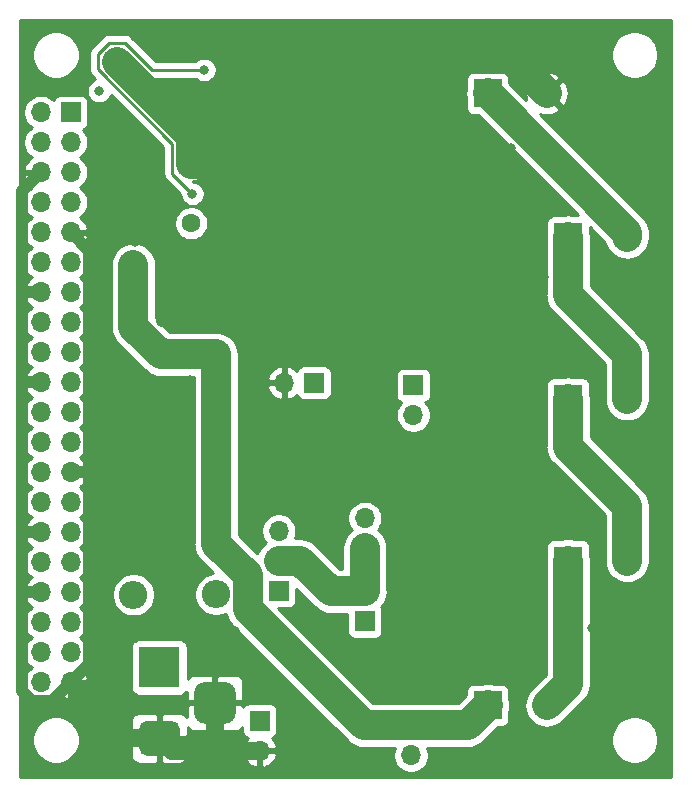
<source format=gbl>
%TF.GenerationSoftware,KiCad,Pcbnew,(5.1.6-0-10_14)*%
%TF.CreationDate,2021-03-02T15:41:43+09:00*%
%TF.ProjectId,qPCR-supercap,71504352-2d73-4757-9065-726361702e6b,rev?*%
%TF.SameCoordinates,Original*%
%TF.FileFunction,Copper,L2,Bot*%
%TF.FilePolarity,Positive*%
%FSLAX46Y46*%
G04 Gerber Fmt 4.6, Leading zero omitted, Abs format (unit mm)*
G04 Created by KiCad (PCBNEW (5.1.6-0-10_14)) date 2021-03-02 15:41:43*
%MOMM*%
%LPD*%
G01*
G04 APERTURE LIST*
%TA.AperFunction,ComponentPad*%
%ADD10C,2.400000*%
%TD*%
%TA.AperFunction,ComponentPad*%
%ADD11R,2.400000X2.400000*%
%TD*%
%TA.AperFunction,ComponentPad*%
%ADD12C,1.600000*%
%TD*%
%TA.AperFunction,ComponentPad*%
%ADD13R,3.500000X3.500000*%
%TD*%
%TA.AperFunction,ComponentPad*%
%ADD14R,1.700000X1.700000*%
%TD*%
%TA.AperFunction,ComponentPad*%
%ADD15O,1.700000X1.700000*%
%TD*%
%TA.AperFunction,ComponentPad*%
%ADD16O,2.400000X2.400000*%
%TD*%
%TA.AperFunction,ViaPad*%
%ADD17C,0.800000*%
%TD*%
%TA.AperFunction,Conductor*%
%ADD18C,1.524000*%
%TD*%
%TA.AperFunction,Conductor*%
%ADD19C,1.016000*%
%TD*%
%TA.AperFunction,Conductor*%
%ADD20C,2.540000*%
%TD*%
%TA.AperFunction,Conductor*%
%ADD21C,0.250000*%
%TD*%
%TA.AperFunction,Conductor*%
%ADD22C,0.254000*%
%TD*%
G04 APERTURE END LIST*
D10*
%TO.P,C6,2*%
%TO.N,Net-(C6-Pad2)*%
X125800000Y-119200000D03*
D11*
%TO.P,C6,1*%
%TO.N,Net-(C6-Pad1)*%
X120800000Y-119200000D03*
%TD*%
%TO.P,C7,1*%
%TO.N,Net-(C6-Pad2)*%
X127600000Y-106950000D03*
D10*
%TO.P,C7,2*%
%TO.N,Net-(C7-Pad2)*%
X132600000Y-106950000D03*
%TD*%
%TO.P,C8,2*%
%TO.N,Net-(C8-Pad2)*%
X132600000Y-93250000D03*
D11*
%TO.P,C8,1*%
%TO.N,Net-(C7-Pad2)*%
X127600000Y-93250000D03*
%TD*%
%TO.P,C9,1*%
%TO.N,Net-(C8-Pad2)*%
X127600000Y-79550000D03*
D10*
%TO.P,C9,2*%
%TO.N,Net-(C10-Pad1)*%
X132600000Y-79550000D03*
%TD*%
%TO.P,C10,2*%
%TO.N,GND*%
X125800000Y-67400000D03*
D11*
%TO.P,C10,1*%
%TO.N,Net-(C10-Pad1)*%
X120800000Y-67400000D03*
%TD*%
D12*
%TO.P,C12,2*%
%TO.N,GND*%
X95700000Y-73400000D03*
%TO.P,C12,1*%
%TO.N,Net-(C12-Pad1)*%
X95700000Y-78400000D03*
%TD*%
D13*
%TO.P,J1,1*%
%TO.N,VIN*%
X93000000Y-116000000D03*
%TO.P,J1,2*%
%TO.N,GND*%
%TA.AperFunction,ComponentPad*%
G36*
G01*
X94000000Y-123500000D02*
X92000000Y-123500000D01*
G75*
G02*
X91250000Y-122750000I0J750000D01*
G01*
X91250000Y-121250000D01*
G75*
G02*
X92000000Y-120500000I750000J0D01*
G01*
X94000000Y-120500000D01*
G75*
G02*
X94750000Y-121250000I0J-750000D01*
G01*
X94750000Y-122750000D01*
G75*
G02*
X94000000Y-123500000I-750000J0D01*
G01*
G37*
%TD.AperFunction*%
%TO.P,J1,3*%
%TA.AperFunction,ComponentPad*%
G36*
G01*
X98575000Y-120750000D02*
X96825000Y-120750000D01*
G75*
G02*
X95950000Y-119875000I0J875000D01*
G01*
X95950000Y-118125000D01*
G75*
G02*
X96825000Y-117250000I875000J0D01*
G01*
X98575000Y-117250000D01*
G75*
G02*
X99450000Y-118125000I0J-875000D01*
G01*
X99450000Y-119875000D01*
G75*
G02*
X98575000Y-120750000I-875000J0D01*
G01*
G37*
%TD.AperFunction*%
%TD*%
D14*
%TO.P,J2,1*%
%TO.N,VIN*%
X101500000Y-120500000D03*
D15*
%TO.P,J2,2*%
%TO.N,GND*%
X101500000Y-123040000D03*
%TD*%
D14*
%TO.P,J3,1*%
%TO.N,12V_BD_VIN*%
X106100000Y-91900000D03*
D15*
%TO.P,J3,2*%
%TO.N,GND*%
X103560000Y-91900000D03*
%TD*%
D14*
%TO.P,J4,1*%
%TO.N,Net-(D2-Pad1)*%
X110400000Y-112100000D03*
D15*
%TO.P,J4,2*%
%TO.N,Net-(D3-Pad1)*%
X110400000Y-109560000D03*
%TD*%
%TO.P,J7,2*%
%TO.N,Net-(F1-Pad2)*%
X110400000Y-103360000D03*
D14*
%TO.P,J7,1*%
%TO.N,Net-(D3-Pad1)*%
X110400000Y-105900000D03*
%TD*%
D15*
%TO.P,J6,2*%
%TO.N,Net-(J6-Pad2)*%
X114300000Y-123440000D03*
D14*
%TO.P,J6,1*%
%TO.N,Net-(C6-Pad1)*%
X114300000Y-120900000D03*
%TD*%
D15*
%TO.P,J8,2*%
%TO.N,Net-(F1-Pad2)*%
X114500000Y-94640000D03*
D14*
%TO.P,J8,1*%
%TO.N,12V_BD_VIN*%
X114500000Y-92100000D03*
%TD*%
D16*
%TO.P,R3,2*%
%TO.N,Net-(JP1-Pad3)*%
X90800000Y-109840000D03*
D10*
%TO.P,R3,1*%
%TO.N,Net-(C6-Pad1)*%
X90800000Y-81900000D03*
%TD*%
D16*
%TO.P,R4,2*%
%TO.N,Net-(JP1-Pad1)*%
X97800000Y-109820000D03*
D10*
%TO.P,R4,1*%
%TO.N,Net-(C6-Pad1)*%
X97800000Y-89500000D03*
%TD*%
D15*
%TO.P,J9,40*%
%TO.N,N/C*%
X82960000Y-117260000D03*
%TO.P,J9,39*%
%TO.N,GND*%
X85500000Y-117260000D03*
%TO.P,J9,26*%
%TO.N,N/C*%
X82960000Y-99480000D03*
%TO.P,J9,25*%
%TO.N,GND*%
X85500000Y-99480000D03*
%TO.P,J9,22*%
%TO.N,N/C*%
X82960000Y-94400000D03*
%TO.P,J9,21*%
X85500000Y-94400000D03*
%TO.P,J9,30*%
%TO.N,GND*%
X82960000Y-104560000D03*
%TO.P,J9,29*%
%TO.N,N/C*%
X85500000Y-104560000D03*
%TO.P,J9,8*%
X82960000Y-76620000D03*
%TO.P,J9,7*%
X85500000Y-76620000D03*
%TO.P,J9,32*%
X82960000Y-107100000D03*
%TO.P,J9,31*%
X85500000Y-107100000D03*
%TO.P,J9,18*%
X82960000Y-89320000D03*
%TO.P,J9,17*%
X85500000Y-89320000D03*
%TO.P,J9,36*%
X82960000Y-112180000D03*
%TO.P,J9,35*%
X85500000Y-112180000D03*
%TO.P,J9,34*%
%TO.N,GND*%
X82960000Y-109640000D03*
%TO.P,J9,33*%
%TO.N,VIN_SENSE*%
X85500000Y-109640000D03*
%TO.P,J9,38*%
%TO.N,N/C*%
X82960000Y-114720000D03*
%TO.P,J9,37*%
X85500000Y-114720000D03*
%TO.P,J9,20*%
%TO.N,GND*%
X82960000Y-91860000D03*
%TO.P,J9,19*%
%TO.N,N/C*%
X85500000Y-91860000D03*
%TO.P,J9,10*%
X82960000Y-79160000D03*
%TO.P,J9,9*%
%TO.N,GND*%
X85500000Y-79160000D03*
%TO.P,J9,14*%
X82960000Y-84240000D03*
%TO.P,J9,13*%
%TO.N,N/C*%
X85500000Y-84240000D03*
%TO.P,J9,28*%
X82960000Y-102020000D03*
%TO.P,J9,27*%
X85500000Y-102020000D03*
%TO.P,J9,12*%
X82960000Y-81700000D03*
%TO.P,J9,11*%
X85500000Y-81700000D03*
%TO.P,J9,24*%
X82960000Y-96940000D03*
%TO.P,J9,23*%
X85500000Y-96940000D03*
D14*
%TO.P,J9,1*%
X85500000Y-69000000D03*
D15*
%TO.P,J9,2*%
%TO.N,5V*%
X82960000Y-69000000D03*
%TO.P,J9,5*%
%TO.N,N/C*%
X85500000Y-74080000D03*
%TO.P,J9,4*%
%TO.N,5V*%
X82960000Y-71540000D03*
%TO.P,J9,16*%
%TO.N,N/C*%
X82960000Y-86780000D03*
%TO.P,J9,15*%
X85500000Y-86780000D03*
%TO.P,J9,3*%
X85500000Y-71540000D03*
%TO.P,J9,6*%
%TO.N,GND*%
X82960000Y-74080000D03*
%TD*%
%TO.P,JP1,3*%
%TO.N,Net-(JP1-Pad3)*%
X103100000Y-104420000D03*
%TO.P,JP1,2*%
%TO.N,Net-(D3-Pad1)*%
X103100000Y-106960000D03*
D14*
%TO.P,JP1,1*%
%TO.N,Net-(JP1-Pad1)*%
X103100000Y-109500000D03*
%TD*%
D17*
%TO.N,GND*%
X102750000Y-84150000D03*
X103900000Y-77800000D03*
X89400000Y-64700000D03*
X87500000Y-62100000D03*
X81800000Y-66000000D03*
X87350000Y-69900000D03*
X91650000Y-70950000D03*
X100600000Y-69900000D03*
X106450000Y-71950000D03*
X103700000Y-69000000D03*
X102350000Y-71400000D03*
X102650000Y-63100000D03*
X97750000Y-62250000D03*
X91500000Y-61650000D03*
X106100000Y-61900000D03*
X107900000Y-66850000D03*
X109950000Y-68850000D03*
X112050000Y-66750000D03*
X118600000Y-69750000D03*
X120500000Y-74850000D03*
X122800000Y-72050000D03*
X120600000Y-71800000D03*
X125050000Y-74850000D03*
X129350000Y-72200000D03*
X127750000Y-70350000D03*
X126600000Y-64650000D03*
X123500000Y-62100000D03*
X129400000Y-62550000D03*
X135050000Y-66950000D03*
X131150000Y-68450000D03*
X134650000Y-71750000D03*
X132250000Y-74950000D03*
X135500000Y-76450000D03*
X133200000Y-82400000D03*
X131650000Y-84900000D03*
X135300000Y-87150000D03*
X133600000Y-96350000D03*
X132000000Y-97800000D03*
X135200000Y-101100000D03*
X135450000Y-98100000D03*
X135900000Y-93250000D03*
X135600000Y-80550000D03*
X135900000Y-106650000D03*
X132600000Y-109900000D03*
X129600000Y-112650000D03*
X129900000Y-116450000D03*
X128050000Y-121950000D03*
X123200000Y-124500000D03*
X118050000Y-124100000D03*
X129850000Y-124300000D03*
X131650000Y-118950000D03*
X134150000Y-114850000D03*
X135050000Y-118500000D03*
X135600000Y-124200000D03*
X135400000Y-62100000D03*
X82200000Y-61850000D03*
X81950000Y-124500000D03*
X81900000Y-120400000D03*
X85650000Y-119450000D03*
X87500000Y-123950000D03*
X92850000Y-124900000D03*
X98650000Y-125000000D03*
X94700000Y-119100000D03*
X90500000Y-119300000D03*
X88150000Y-117300000D03*
X89700000Y-114800000D03*
X96700000Y-113100000D03*
X95350000Y-111400000D03*
X99400000Y-112900000D03*
X88300000Y-108600000D03*
X88300000Y-104250000D03*
X88400000Y-99250000D03*
X88350000Y-92900000D03*
X88300000Y-86950000D03*
X90300000Y-89950000D03*
X90300000Y-95700000D03*
X90050000Y-101850000D03*
X90000000Y-106450000D03*
X92750000Y-104400000D03*
X95600000Y-105250000D03*
X92650000Y-107750000D03*
X95350000Y-100950000D03*
X92650000Y-98700000D03*
X95500000Y-96000000D03*
X95550000Y-91650000D03*
X92600000Y-92950000D03*
X93100000Y-86750000D03*
X96750000Y-87350000D03*
X100150000Y-88950000D03*
X100200000Y-93500000D03*
X103500000Y-94100000D03*
X106100000Y-89750000D03*
X113850000Y-89550000D03*
X110000000Y-89150000D03*
X112100000Y-84400000D03*
X107850000Y-83400000D03*
X109400000Y-84750000D03*
X103850000Y-86100000D03*
X93050000Y-82100000D03*
X90900000Y-79950000D03*
X87900000Y-77100000D03*
X91150000Y-74300000D03*
X87400000Y-73100000D03*
X89450000Y-75300000D03*
X89350000Y-71650000D03*
X107500000Y-79350000D03*
X111350000Y-79250000D03*
X113000000Y-77900000D03*
X115400000Y-80350000D03*
X118850000Y-78100000D03*
X118450000Y-82100000D03*
X116350000Y-78600000D03*
X125550000Y-82900000D03*
X124100000Y-78850000D03*
X122850000Y-81600000D03*
X120600000Y-82750000D03*
X118550000Y-85550000D03*
X118550000Y-89600000D03*
X122500000Y-87050000D03*
X128200000Y-88250000D03*
X130300000Y-91900000D03*
X124900000Y-91550000D03*
X125050000Y-95300000D03*
X123000000Y-93300000D03*
X120500000Y-91650000D03*
X120300000Y-95300000D03*
X115900000Y-96650000D03*
X118550000Y-96900000D03*
X117100000Y-94050000D03*
X112150000Y-94200000D03*
X107000000Y-94250000D03*
X108150000Y-98150000D03*
X105500000Y-98600000D03*
X108150000Y-102250000D03*
X112800000Y-101500000D03*
X116650000Y-103050000D03*
X112550000Y-104500000D03*
X122500000Y-103750000D03*
X125350000Y-105550000D03*
X123300000Y-107200000D03*
X121400000Y-99450000D03*
X126150000Y-99650000D03*
X129250000Y-102900000D03*
X130450000Y-105300000D03*
X105100000Y-112400000D03*
X105450000Y-111000000D03*
%TO.N,/BD_FB*%
X95800000Y-75900000D03*
X96800000Y-65400000D03*
%TO.N,5V*%
X87900000Y-67200000D03*
%TD*%
D18*
%TO.N,GND*%
X90240000Y-122000000D02*
X85500000Y-117260000D01*
X93000000Y-122000000D02*
X90240000Y-122000000D01*
X97700000Y-119000000D02*
X97700000Y-119900000D01*
X94040000Y-123040000D02*
X93000000Y-122000000D01*
X97700000Y-122700000D02*
X97360000Y-123040000D01*
X97700000Y-119000000D02*
X97700000Y-122700000D01*
X97360000Y-123040000D02*
X94040000Y-123040000D01*
X101500000Y-123040000D02*
X97360000Y-123040000D01*
D19*
X81401999Y-75638001D02*
X82960000Y-74080000D01*
X83941999Y-118818001D02*
X82212159Y-118818001D01*
X82212159Y-118818001D02*
X81401999Y-118007841D01*
X85500000Y-117260000D02*
X83941999Y-118818001D01*
X81540000Y-84240000D02*
X81401999Y-84101999D01*
X82960000Y-84240000D02*
X81540000Y-84240000D01*
X81560000Y-91860000D02*
X81401999Y-91701999D01*
X82960000Y-91860000D02*
X81560000Y-91860000D01*
X81401999Y-91701999D02*
X81401999Y-84101999D01*
X82960000Y-104560000D02*
X81460000Y-104560000D01*
X81460000Y-104560000D02*
X81401999Y-104501999D01*
X81740000Y-109640000D02*
X81401999Y-109301999D01*
X82960000Y-109640000D02*
X81740000Y-109640000D01*
X81401999Y-109301999D02*
X81401999Y-104501999D01*
X81401999Y-118007841D02*
X81401999Y-109301999D01*
X81401999Y-104501999D02*
X81401999Y-91701999D01*
X81401999Y-84101999D02*
X81401999Y-75638001D01*
X87058001Y-115701999D02*
X85500000Y-117260000D01*
X85500000Y-79160000D02*
X87058001Y-80718001D01*
X86896002Y-99480000D02*
X87058001Y-99641999D01*
X85500000Y-99480000D02*
X86896002Y-99480000D01*
X87058001Y-99641999D02*
X87058001Y-115701999D01*
X87058001Y-80718001D02*
X87058001Y-99641999D01*
D20*
X102750000Y-84150000D02*
X102750000Y-79150000D01*
X103900000Y-78000000D02*
X103900000Y-77800000D01*
X102750000Y-79150000D02*
X103900000Y-78000000D01*
X125800000Y-67400000D02*
X122900000Y-64500000D01*
X122900000Y-64500000D02*
X117200000Y-64500000D01*
X95700000Y-71000000D02*
X89400000Y-64700000D01*
X95700000Y-73400000D02*
X95700000Y-71000000D01*
X104100000Y-73400000D02*
X106200000Y-75500000D01*
X95700000Y-73400000D02*
X104100000Y-73400000D01*
X106200000Y-75500000D02*
X103900000Y-77800000D01*
X117200000Y-64500000D02*
X106200000Y-75500000D01*
%TO.N,Net-(C6-Pad2)*%
X125800000Y-119200000D02*
X127600000Y-117400000D01*
X127600000Y-117400000D02*
X127600000Y-106950000D01*
%TO.N,Net-(C7-Pad2)*%
X132600000Y-106950000D02*
X132600000Y-102300000D01*
X127600000Y-97300000D02*
X127600000Y-93250000D01*
X132600000Y-102300000D02*
X127600000Y-97300000D01*
%TO.N,Net-(C8-Pad2)*%
X132600000Y-93250000D02*
X132600000Y-89500000D01*
X127600000Y-84500000D02*
X127600000Y-79550000D01*
X132600000Y-89500000D02*
X127600000Y-84500000D01*
D21*
%TO.N,/BD_FB*%
X95800000Y-75900000D02*
X94104990Y-74204990D01*
X87804991Y-64039325D02*
X88739325Y-63104991D01*
X94104990Y-71660674D02*
X87804991Y-65360675D01*
X88739325Y-63104991D02*
X90060675Y-63104991D01*
X87804991Y-65360675D02*
X87804991Y-64039325D01*
X94104990Y-74204990D02*
X94104990Y-71660674D01*
X92355684Y-65400000D02*
X96800000Y-65400000D01*
X90060675Y-63104991D02*
X92355684Y-65400000D01*
D20*
%TO.N,Net-(D3-Pad1)*%
X107506002Y-109560000D02*
X110400000Y-109560000D01*
X104906002Y-106960000D02*
X107506002Y-109560000D01*
X103100000Y-106960000D02*
X104906002Y-106960000D01*
X110400000Y-105900000D02*
X110400000Y-109560000D01*
%TO.N,Net-(C6-Pad1)*%
X119100000Y-120900000D02*
X120800000Y-119200000D01*
X114300000Y-120900000D02*
X119100000Y-120900000D01*
X100470001Y-108204960D02*
X97800000Y-105534959D01*
X100470001Y-111070001D02*
X100470001Y-108204960D01*
X97800000Y-105534959D02*
X97800000Y-89500000D01*
X110300000Y-120900000D02*
X100470001Y-111070001D01*
X114300000Y-120900000D02*
X110300000Y-120900000D01*
X90800000Y-81900000D02*
X90800000Y-87200000D01*
X93100000Y-89500000D02*
X97800000Y-89500000D01*
X90800000Y-87200000D02*
X93100000Y-89500000D01*
%TO.N,Net-(C10-Pad1)*%
X132600000Y-79200000D02*
X120800000Y-67400000D01*
X132600000Y-79550000D02*
X132600000Y-79200000D01*
%TD*%
D22*
%TO.N,GND*%
G36*
X136315000Y-125315000D02*
G01*
X81185000Y-125315000D01*
X81185000Y-121932032D01*
X82220000Y-121932032D01*
X82220000Y-122327968D01*
X82297243Y-122716296D01*
X82448761Y-123082092D01*
X82668731Y-123411301D01*
X82948699Y-123691269D01*
X83277908Y-123911239D01*
X83643704Y-124062757D01*
X84032032Y-124140000D01*
X84427968Y-124140000D01*
X84816296Y-124062757D01*
X85182092Y-123911239D01*
X85511301Y-123691269D01*
X85702570Y-123500000D01*
X90611928Y-123500000D01*
X90624188Y-123624482D01*
X90660498Y-123744180D01*
X90719463Y-123854494D01*
X90798815Y-123951185D01*
X90895506Y-124030537D01*
X91005820Y-124089502D01*
X91125518Y-124125812D01*
X91250000Y-124138072D01*
X92714250Y-124135000D01*
X92873000Y-123976250D01*
X92873000Y-122127000D01*
X93127000Y-122127000D01*
X93127000Y-123976250D01*
X93285750Y-124135000D01*
X94750000Y-124138072D01*
X94874482Y-124125812D01*
X94994180Y-124089502D01*
X95104494Y-124030537D01*
X95201185Y-123951185D01*
X95280537Y-123854494D01*
X95339502Y-123744180D01*
X95375812Y-123624482D01*
X95388072Y-123500000D01*
X95387812Y-123396890D01*
X100058524Y-123396890D01*
X100103175Y-123544099D01*
X100228359Y-123806920D01*
X100402412Y-124040269D01*
X100618645Y-124235178D01*
X100868748Y-124384157D01*
X101143109Y-124481481D01*
X101373000Y-124360814D01*
X101373000Y-123167000D01*
X101627000Y-123167000D01*
X101627000Y-124360814D01*
X101856891Y-124481481D01*
X102131252Y-124384157D01*
X102381355Y-124235178D01*
X102597588Y-124040269D01*
X102771641Y-123806920D01*
X102896825Y-123544099D01*
X102941476Y-123396890D01*
X102820155Y-123167000D01*
X101627000Y-123167000D01*
X101373000Y-123167000D01*
X100179845Y-123167000D01*
X100058524Y-123396890D01*
X95387812Y-123396890D01*
X95385000Y-122285750D01*
X95226250Y-122127000D01*
X93127000Y-122127000D01*
X92873000Y-122127000D01*
X90773750Y-122127000D01*
X90615000Y-122285750D01*
X90611928Y-123500000D01*
X85702570Y-123500000D01*
X85791269Y-123411301D01*
X86011239Y-123082092D01*
X86162757Y-122716296D01*
X86240000Y-122327968D01*
X86240000Y-121932032D01*
X86162757Y-121543704D01*
X86011239Y-121177908D01*
X85791269Y-120848699D01*
X85511301Y-120568731D01*
X85408438Y-120500000D01*
X90611928Y-120500000D01*
X90615000Y-121714250D01*
X90773750Y-121873000D01*
X92873000Y-121873000D01*
X92873000Y-120023750D01*
X93127000Y-120023750D01*
X93127000Y-121873000D01*
X95226250Y-121873000D01*
X95385000Y-121714250D01*
X95386698Y-121043195D01*
X95419463Y-121104494D01*
X95498815Y-121201185D01*
X95595506Y-121280537D01*
X95705820Y-121339502D01*
X95825518Y-121375812D01*
X95950000Y-121388072D01*
X97414250Y-121385000D01*
X97573000Y-121226250D01*
X97573000Y-119127000D01*
X97827000Y-119127000D01*
X97827000Y-121226250D01*
X97985750Y-121385000D01*
X99450000Y-121388072D01*
X99574482Y-121375812D01*
X99694180Y-121339502D01*
X99804494Y-121280537D01*
X99901185Y-121201185D01*
X99980537Y-121104494D01*
X100011928Y-121045767D01*
X100011928Y-121350000D01*
X100024188Y-121474482D01*
X100060498Y-121594180D01*
X100119463Y-121704494D01*
X100198815Y-121801185D01*
X100295506Y-121880537D01*
X100405820Y-121939502D01*
X100486466Y-121963966D01*
X100402412Y-122039731D01*
X100228359Y-122273080D01*
X100103175Y-122535901D01*
X100058524Y-122683110D01*
X100179845Y-122913000D01*
X101373000Y-122913000D01*
X101373000Y-122893000D01*
X101627000Y-122893000D01*
X101627000Y-122913000D01*
X102820155Y-122913000D01*
X102941476Y-122683110D01*
X102896825Y-122535901D01*
X102771641Y-122273080D01*
X102597588Y-122039731D01*
X102513534Y-121963966D01*
X102594180Y-121939502D01*
X102704494Y-121880537D01*
X102801185Y-121801185D01*
X102880537Y-121704494D01*
X102939502Y-121594180D01*
X102975812Y-121474482D01*
X102988072Y-121350000D01*
X102988072Y-119650000D01*
X102975812Y-119525518D01*
X102939502Y-119405820D01*
X102880537Y-119295506D01*
X102801185Y-119198815D01*
X102704494Y-119119463D01*
X102594180Y-119060498D01*
X102474482Y-119024188D01*
X102350000Y-119011928D01*
X100650000Y-119011928D01*
X100525518Y-119024188D01*
X100405820Y-119060498D01*
X100295506Y-119119463D01*
X100198815Y-119198815D01*
X100119463Y-119295506D01*
X100085155Y-119359690D01*
X100085000Y-119285750D01*
X99926250Y-119127000D01*
X97827000Y-119127000D01*
X97573000Y-119127000D01*
X95473750Y-119127000D01*
X95315000Y-119285750D01*
X95313069Y-120206367D01*
X95280537Y-120145506D01*
X95201185Y-120048815D01*
X95104494Y-119969463D01*
X94994180Y-119910498D01*
X94874482Y-119874188D01*
X94750000Y-119861928D01*
X93285750Y-119865000D01*
X93127000Y-120023750D01*
X92873000Y-120023750D01*
X92714250Y-119865000D01*
X91250000Y-119861928D01*
X91125518Y-119874188D01*
X91005820Y-119910498D01*
X90895506Y-119969463D01*
X90798815Y-120048815D01*
X90719463Y-120145506D01*
X90660498Y-120255820D01*
X90624188Y-120375518D01*
X90611928Y-120500000D01*
X85408438Y-120500000D01*
X85182092Y-120348761D01*
X84816296Y-120197243D01*
X84427968Y-120120000D01*
X84032032Y-120120000D01*
X83643704Y-120197243D01*
X83277908Y-120348761D01*
X82948699Y-120568731D01*
X82668731Y-120848699D01*
X82448761Y-121177908D01*
X82297243Y-121543704D01*
X82220000Y-121932032D01*
X81185000Y-121932032D01*
X81185000Y-68853740D01*
X81475000Y-68853740D01*
X81475000Y-69146260D01*
X81532068Y-69433158D01*
X81644010Y-69703411D01*
X81806525Y-69946632D01*
X82013368Y-70153475D01*
X82187760Y-70270000D01*
X82013368Y-70386525D01*
X81806525Y-70593368D01*
X81644010Y-70836589D01*
X81532068Y-71106842D01*
X81475000Y-71393740D01*
X81475000Y-71686260D01*
X81532068Y-71973158D01*
X81644010Y-72243411D01*
X81806525Y-72486632D01*
X82013368Y-72693475D01*
X82195534Y-72815195D01*
X82078645Y-72884822D01*
X81862412Y-73079731D01*
X81688359Y-73313080D01*
X81563175Y-73575901D01*
X81518524Y-73723110D01*
X81639845Y-73953000D01*
X82833000Y-73953000D01*
X82833000Y-73933000D01*
X83087000Y-73933000D01*
X83087000Y-73953000D01*
X83107000Y-73953000D01*
X83107000Y-74207000D01*
X83087000Y-74207000D01*
X83087000Y-74227000D01*
X82833000Y-74227000D01*
X82833000Y-74207000D01*
X81639845Y-74207000D01*
X81518524Y-74436890D01*
X81563175Y-74584099D01*
X81688359Y-74846920D01*
X81862412Y-75080269D01*
X82078645Y-75275178D01*
X82195534Y-75344805D01*
X82013368Y-75466525D01*
X81806525Y-75673368D01*
X81644010Y-75916589D01*
X81532068Y-76186842D01*
X81475000Y-76473740D01*
X81475000Y-76766260D01*
X81532068Y-77053158D01*
X81644010Y-77323411D01*
X81806525Y-77566632D01*
X82013368Y-77773475D01*
X82187760Y-77890000D01*
X82013368Y-78006525D01*
X81806525Y-78213368D01*
X81644010Y-78456589D01*
X81532068Y-78726842D01*
X81475000Y-79013740D01*
X81475000Y-79306260D01*
X81532068Y-79593158D01*
X81644010Y-79863411D01*
X81806525Y-80106632D01*
X82013368Y-80313475D01*
X82187760Y-80430000D01*
X82013368Y-80546525D01*
X81806525Y-80753368D01*
X81644010Y-80996589D01*
X81532068Y-81266842D01*
X81475000Y-81553740D01*
X81475000Y-81846260D01*
X81532068Y-82133158D01*
X81644010Y-82403411D01*
X81806525Y-82646632D01*
X82013368Y-82853475D01*
X82195534Y-82975195D01*
X82078645Y-83044822D01*
X81862412Y-83239731D01*
X81688359Y-83473080D01*
X81563175Y-83735901D01*
X81518524Y-83883110D01*
X81639845Y-84113000D01*
X82833000Y-84113000D01*
X82833000Y-84093000D01*
X83087000Y-84093000D01*
X83087000Y-84113000D01*
X83107000Y-84113000D01*
X83107000Y-84367000D01*
X83087000Y-84367000D01*
X83087000Y-84387000D01*
X82833000Y-84387000D01*
X82833000Y-84367000D01*
X81639845Y-84367000D01*
X81518524Y-84596890D01*
X81563175Y-84744099D01*
X81688359Y-85006920D01*
X81862412Y-85240269D01*
X82078645Y-85435178D01*
X82195534Y-85504805D01*
X82013368Y-85626525D01*
X81806525Y-85833368D01*
X81644010Y-86076589D01*
X81532068Y-86346842D01*
X81475000Y-86633740D01*
X81475000Y-86926260D01*
X81532068Y-87213158D01*
X81644010Y-87483411D01*
X81806525Y-87726632D01*
X82013368Y-87933475D01*
X82187760Y-88050000D01*
X82013368Y-88166525D01*
X81806525Y-88373368D01*
X81644010Y-88616589D01*
X81532068Y-88886842D01*
X81475000Y-89173740D01*
X81475000Y-89466260D01*
X81532068Y-89753158D01*
X81644010Y-90023411D01*
X81806525Y-90266632D01*
X82013368Y-90473475D01*
X82195534Y-90595195D01*
X82078645Y-90664822D01*
X81862412Y-90859731D01*
X81688359Y-91093080D01*
X81563175Y-91355901D01*
X81518524Y-91503110D01*
X81639845Y-91733000D01*
X82833000Y-91733000D01*
X82833000Y-91713000D01*
X83087000Y-91713000D01*
X83087000Y-91733000D01*
X83107000Y-91733000D01*
X83107000Y-91987000D01*
X83087000Y-91987000D01*
X83087000Y-92007000D01*
X82833000Y-92007000D01*
X82833000Y-91987000D01*
X81639845Y-91987000D01*
X81518524Y-92216890D01*
X81563175Y-92364099D01*
X81688359Y-92626920D01*
X81862412Y-92860269D01*
X82078645Y-93055178D01*
X82195534Y-93124805D01*
X82013368Y-93246525D01*
X81806525Y-93453368D01*
X81644010Y-93696589D01*
X81532068Y-93966842D01*
X81475000Y-94253740D01*
X81475000Y-94546260D01*
X81532068Y-94833158D01*
X81644010Y-95103411D01*
X81806525Y-95346632D01*
X82013368Y-95553475D01*
X82187760Y-95670000D01*
X82013368Y-95786525D01*
X81806525Y-95993368D01*
X81644010Y-96236589D01*
X81532068Y-96506842D01*
X81475000Y-96793740D01*
X81475000Y-97086260D01*
X81532068Y-97373158D01*
X81644010Y-97643411D01*
X81806525Y-97886632D01*
X82013368Y-98093475D01*
X82187760Y-98210000D01*
X82013368Y-98326525D01*
X81806525Y-98533368D01*
X81644010Y-98776589D01*
X81532068Y-99046842D01*
X81475000Y-99333740D01*
X81475000Y-99626260D01*
X81532068Y-99913158D01*
X81644010Y-100183411D01*
X81806525Y-100426632D01*
X82013368Y-100633475D01*
X82187760Y-100750000D01*
X82013368Y-100866525D01*
X81806525Y-101073368D01*
X81644010Y-101316589D01*
X81532068Y-101586842D01*
X81475000Y-101873740D01*
X81475000Y-102166260D01*
X81532068Y-102453158D01*
X81644010Y-102723411D01*
X81806525Y-102966632D01*
X82013368Y-103173475D01*
X82195534Y-103295195D01*
X82078645Y-103364822D01*
X81862412Y-103559731D01*
X81688359Y-103793080D01*
X81563175Y-104055901D01*
X81518524Y-104203110D01*
X81639845Y-104433000D01*
X82833000Y-104433000D01*
X82833000Y-104413000D01*
X83087000Y-104413000D01*
X83087000Y-104433000D01*
X83107000Y-104433000D01*
X83107000Y-104687000D01*
X83087000Y-104687000D01*
X83087000Y-104707000D01*
X82833000Y-104707000D01*
X82833000Y-104687000D01*
X81639845Y-104687000D01*
X81518524Y-104916890D01*
X81563175Y-105064099D01*
X81688359Y-105326920D01*
X81862412Y-105560269D01*
X82078645Y-105755178D01*
X82195534Y-105824805D01*
X82013368Y-105946525D01*
X81806525Y-106153368D01*
X81644010Y-106396589D01*
X81532068Y-106666842D01*
X81475000Y-106953740D01*
X81475000Y-107246260D01*
X81532068Y-107533158D01*
X81644010Y-107803411D01*
X81806525Y-108046632D01*
X82013368Y-108253475D01*
X82195534Y-108375195D01*
X82078645Y-108444822D01*
X81862412Y-108639731D01*
X81688359Y-108873080D01*
X81563175Y-109135901D01*
X81518524Y-109283110D01*
X81639845Y-109513000D01*
X82833000Y-109513000D01*
X82833000Y-109493000D01*
X83087000Y-109493000D01*
X83087000Y-109513000D01*
X83107000Y-109513000D01*
X83107000Y-109767000D01*
X83087000Y-109767000D01*
X83087000Y-109787000D01*
X82833000Y-109787000D01*
X82833000Y-109767000D01*
X81639845Y-109767000D01*
X81518524Y-109996890D01*
X81563175Y-110144099D01*
X81688359Y-110406920D01*
X81862412Y-110640269D01*
X82078645Y-110835178D01*
X82195534Y-110904805D01*
X82013368Y-111026525D01*
X81806525Y-111233368D01*
X81644010Y-111476589D01*
X81532068Y-111746842D01*
X81475000Y-112033740D01*
X81475000Y-112326260D01*
X81532068Y-112613158D01*
X81644010Y-112883411D01*
X81806525Y-113126632D01*
X82013368Y-113333475D01*
X82187760Y-113450000D01*
X82013368Y-113566525D01*
X81806525Y-113773368D01*
X81644010Y-114016589D01*
X81532068Y-114286842D01*
X81475000Y-114573740D01*
X81475000Y-114866260D01*
X81532068Y-115153158D01*
X81644010Y-115423411D01*
X81806525Y-115666632D01*
X82013368Y-115873475D01*
X82187760Y-115990000D01*
X82013368Y-116106525D01*
X81806525Y-116313368D01*
X81644010Y-116556589D01*
X81532068Y-116826842D01*
X81475000Y-117113740D01*
X81475000Y-117406260D01*
X81532068Y-117693158D01*
X81644010Y-117963411D01*
X81806525Y-118206632D01*
X82013368Y-118413475D01*
X82256589Y-118575990D01*
X82526842Y-118687932D01*
X82813740Y-118745000D01*
X83106260Y-118745000D01*
X83393158Y-118687932D01*
X83663411Y-118575990D01*
X83906632Y-118413475D01*
X84113475Y-118206632D01*
X84231100Y-118030594D01*
X84402412Y-118260269D01*
X84618645Y-118455178D01*
X84868748Y-118604157D01*
X85143109Y-118701481D01*
X85373000Y-118580814D01*
X85373000Y-117387000D01*
X85627000Y-117387000D01*
X85627000Y-118580814D01*
X85856891Y-118701481D01*
X86131252Y-118604157D01*
X86381355Y-118455178D01*
X86597588Y-118260269D01*
X86771641Y-118026920D01*
X86896825Y-117764099D01*
X86941476Y-117616890D01*
X86820155Y-117387000D01*
X85627000Y-117387000D01*
X85373000Y-117387000D01*
X85353000Y-117387000D01*
X85353000Y-117133000D01*
X85373000Y-117133000D01*
X85373000Y-117113000D01*
X85627000Y-117113000D01*
X85627000Y-117133000D01*
X86820155Y-117133000D01*
X86941476Y-116903110D01*
X86896825Y-116755901D01*
X86771641Y-116493080D01*
X86597588Y-116259731D01*
X86381355Y-116064822D01*
X86264466Y-115995195D01*
X86446632Y-115873475D01*
X86653475Y-115666632D01*
X86815990Y-115423411D01*
X86927932Y-115153158D01*
X86985000Y-114866260D01*
X86985000Y-114573740D01*
X86927932Y-114286842D01*
X86912672Y-114250000D01*
X90611928Y-114250000D01*
X90611928Y-117750000D01*
X90624188Y-117874482D01*
X90660498Y-117994180D01*
X90719463Y-118104494D01*
X90798815Y-118201185D01*
X90895506Y-118280537D01*
X91005820Y-118339502D01*
X91125518Y-118375812D01*
X91250000Y-118388072D01*
X94750000Y-118388072D01*
X94874482Y-118375812D01*
X94994180Y-118339502D01*
X95104494Y-118280537D01*
X95201185Y-118201185D01*
X95280537Y-118104494D01*
X95313591Y-118042655D01*
X95315000Y-118714250D01*
X95473750Y-118873000D01*
X97573000Y-118873000D01*
X97573000Y-116773750D01*
X97827000Y-116773750D01*
X97827000Y-118873000D01*
X99926250Y-118873000D01*
X100085000Y-118714250D01*
X100088072Y-117250000D01*
X100075812Y-117125518D01*
X100039502Y-117005820D01*
X99980537Y-116895506D01*
X99901185Y-116798815D01*
X99804494Y-116719463D01*
X99694180Y-116660498D01*
X99574482Y-116624188D01*
X99450000Y-116611928D01*
X97985750Y-116615000D01*
X97827000Y-116773750D01*
X97573000Y-116773750D01*
X97414250Y-116615000D01*
X95950000Y-116611928D01*
X95825518Y-116624188D01*
X95705820Y-116660498D01*
X95595506Y-116719463D01*
X95498815Y-116798815D01*
X95419463Y-116895506D01*
X95388072Y-116954233D01*
X95388072Y-114250000D01*
X95375812Y-114125518D01*
X95339502Y-114005820D01*
X95280537Y-113895506D01*
X95201185Y-113798815D01*
X95104494Y-113719463D01*
X94994180Y-113660498D01*
X94874482Y-113624188D01*
X94750000Y-113611928D01*
X91250000Y-113611928D01*
X91125518Y-113624188D01*
X91005820Y-113660498D01*
X90895506Y-113719463D01*
X90798815Y-113798815D01*
X90719463Y-113895506D01*
X90660498Y-114005820D01*
X90624188Y-114125518D01*
X90611928Y-114250000D01*
X86912672Y-114250000D01*
X86815990Y-114016589D01*
X86653475Y-113773368D01*
X86446632Y-113566525D01*
X86272240Y-113450000D01*
X86446632Y-113333475D01*
X86653475Y-113126632D01*
X86815990Y-112883411D01*
X86927932Y-112613158D01*
X86985000Y-112326260D01*
X86985000Y-112033740D01*
X86927932Y-111746842D01*
X86815990Y-111476589D01*
X86653475Y-111233368D01*
X86446632Y-111026525D01*
X86272240Y-110910000D01*
X86446632Y-110793475D01*
X86653475Y-110586632D01*
X86815990Y-110343411D01*
X86927932Y-110073158D01*
X86985000Y-109786260D01*
X86985000Y-109659268D01*
X88965000Y-109659268D01*
X88965000Y-110020732D01*
X89035518Y-110375250D01*
X89173844Y-110709199D01*
X89374662Y-111009744D01*
X89630256Y-111265338D01*
X89930801Y-111466156D01*
X90264750Y-111604482D01*
X90619268Y-111675000D01*
X90980732Y-111675000D01*
X91335250Y-111604482D01*
X91669199Y-111466156D01*
X91969744Y-111265338D01*
X92225338Y-111009744D01*
X92426156Y-110709199D01*
X92564482Y-110375250D01*
X92635000Y-110020732D01*
X92635000Y-109659268D01*
X92564482Y-109304750D01*
X92426156Y-108970801D01*
X92225338Y-108670256D01*
X91969744Y-108414662D01*
X91669199Y-108213844D01*
X91335250Y-108075518D01*
X90980732Y-108005000D01*
X90619268Y-108005000D01*
X90264750Y-108075518D01*
X89930801Y-108213844D01*
X89630256Y-108414662D01*
X89374662Y-108670256D01*
X89173844Y-108970801D01*
X89035518Y-109304750D01*
X88965000Y-109659268D01*
X86985000Y-109659268D01*
X86985000Y-109493740D01*
X86927932Y-109206842D01*
X86815990Y-108936589D01*
X86653475Y-108693368D01*
X86446632Y-108486525D01*
X86272240Y-108370000D01*
X86446632Y-108253475D01*
X86653475Y-108046632D01*
X86815990Y-107803411D01*
X86927932Y-107533158D01*
X86985000Y-107246260D01*
X86985000Y-106953740D01*
X86927932Y-106666842D01*
X86815990Y-106396589D01*
X86653475Y-106153368D01*
X86446632Y-105946525D01*
X86272240Y-105830000D01*
X86446632Y-105713475D01*
X86653475Y-105506632D01*
X86815990Y-105263411D01*
X86927932Y-104993158D01*
X86985000Y-104706260D01*
X86985000Y-104413740D01*
X86927932Y-104126842D01*
X86815990Y-103856589D01*
X86653475Y-103613368D01*
X86446632Y-103406525D01*
X86272240Y-103290000D01*
X86446632Y-103173475D01*
X86653475Y-102966632D01*
X86815990Y-102723411D01*
X86927932Y-102453158D01*
X86985000Y-102166260D01*
X86985000Y-101873740D01*
X86927932Y-101586842D01*
X86815990Y-101316589D01*
X86653475Y-101073368D01*
X86446632Y-100866525D01*
X86264466Y-100744805D01*
X86381355Y-100675178D01*
X86597588Y-100480269D01*
X86771641Y-100246920D01*
X86896825Y-99984099D01*
X86941476Y-99836890D01*
X86820155Y-99607000D01*
X85627000Y-99607000D01*
X85627000Y-99627000D01*
X85373000Y-99627000D01*
X85373000Y-99607000D01*
X85353000Y-99607000D01*
X85353000Y-99353000D01*
X85373000Y-99353000D01*
X85373000Y-99333000D01*
X85627000Y-99333000D01*
X85627000Y-99353000D01*
X86820155Y-99353000D01*
X86941476Y-99123110D01*
X86896825Y-98975901D01*
X86771641Y-98713080D01*
X86597588Y-98479731D01*
X86381355Y-98284822D01*
X86264466Y-98215195D01*
X86446632Y-98093475D01*
X86653475Y-97886632D01*
X86815990Y-97643411D01*
X86927932Y-97373158D01*
X86985000Y-97086260D01*
X86985000Y-96793740D01*
X86927932Y-96506842D01*
X86815990Y-96236589D01*
X86653475Y-95993368D01*
X86446632Y-95786525D01*
X86272240Y-95670000D01*
X86446632Y-95553475D01*
X86653475Y-95346632D01*
X86815990Y-95103411D01*
X86927932Y-94833158D01*
X86985000Y-94546260D01*
X86985000Y-94253740D01*
X86927932Y-93966842D01*
X86815990Y-93696589D01*
X86653475Y-93453368D01*
X86446632Y-93246525D01*
X86272240Y-93130000D01*
X86446632Y-93013475D01*
X86653475Y-92806632D01*
X86815990Y-92563411D01*
X86927932Y-92293158D01*
X86985000Y-92006260D01*
X86985000Y-91713740D01*
X86927932Y-91426842D01*
X86815990Y-91156589D01*
X86653475Y-90913368D01*
X86446632Y-90706525D01*
X86272240Y-90590000D01*
X86446632Y-90473475D01*
X86653475Y-90266632D01*
X86815990Y-90023411D01*
X86927932Y-89753158D01*
X86985000Y-89466260D01*
X86985000Y-89173740D01*
X86927932Y-88886842D01*
X86815990Y-88616589D01*
X86653475Y-88373368D01*
X86446632Y-88166525D01*
X86272240Y-88050000D01*
X86446632Y-87933475D01*
X86653475Y-87726632D01*
X86815990Y-87483411D01*
X86927932Y-87213158D01*
X86930549Y-87200000D01*
X88885783Y-87200000D01*
X88922565Y-87573445D01*
X89031495Y-87932539D01*
X89208387Y-88263482D01*
X89298569Y-88373368D01*
X89446445Y-88553556D01*
X89519140Y-88613215D01*
X91686789Y-90780865D01*
X91746444Y-90853556D01*
X91833911Y-90925338D01*
X92036517Y-91091613D01*
X92101143Y-91126156D01*
X92367461Y-91268506D01*
X92726555Y-91377436D01*
X93006418Y-91405000D01*
X93006419Y-91405000D01*
X93099999Y-91414217D01*
X93193579Y-91405000D01*
X95895001Y-91405000D01*
X95895000Y-105441379D01*
X95885783Y-105534959D01*
X95895000Y-105628539D01*
X95895000Y-105628540D01*
X95922564Y-105908403D01*
X96031494Y-106267497D01*
X96208387Y-106598441D01*
X96446444Y-106888515D01*
X96519145Y-106948179D01*
X97566468Y-107995503D01*
X97264750Y-108055518D01*
X96930801Y-108193844D01*
X96630256Y-108394662D01*
X96374662Y-108650256D01*
X96173844Y-108950801D01*
X96035518Y-109284750D01*
X95965000Y-109639268D01*
X95965000Y-110000732D01*
X96035518Y-110355250D01*
X96173844Y-110689199D01*
X96374662Y-110989744D01*
X96630256Y-111245338D01*
X96930801Y-111446156D01*
X97264750Y-111584482D01*
X97619268Y-111655000D01*
X97980732Y-111655000D01*
X98335250Y-111584482D01*
X98601850Y-111474053D01*
X98701495Y-111802539D01*
X98878388Y-112133483D01*
X99116445Y-112423557D01*
X99189146Y-112483221D01*
X108886784Y-122180860D01*
X108946444Y-122253556D01*
X109095414Y-122375812D01*
X109236517Y-122491613D01*
X109413410Y-122586164D01*
X109567461Y-122668506D01*
X109926555Y-122777436D01*
X110206418Y-122805000D01*
X110206420Y-122805000D01*
X110300000Y-122814217D01*
X110393580Y-122805000D01*
X112955673Y-122805000D01*
X112872068Y-123006842D01*
X112815000Y-123293740D01*
X112815000Y-123586260D01*
X112872068Y-123873158D01*
X112984010Y-124143411D01*
X113146525Y-124386632D01*
X113353368Y-124593475D01*
X113596589Y-124755990D01*
X113866842Y-124867932D01*
X114153740Y-124925000D01*
X114446260Y-124925000D01*
X114733158Y-124867932D01*
X115003411Y-124755990D01*
X115246632Y-124593475D01*
X115453475Y-124386632D01*
X115615990Y-124143411D01*
X115727932Y-123873158D01*
X115785000Y-123586260D01*
X115785000Y-123293740D01*
X115727932Y-123006842D01*
X115644327Y-122805000D01*
X119006420Y-122805000D01*
X119100000Y-122814217D01*
X119193580Y-122805000D01*
X119193582Y-122805000D01*
X119473445Y-122777436D01*
X119832539Y-122668506D01*
X120163482Y-122491613D01*
X120453556Y-122253556D01*
X120513220Y-122180855D01*
X120762043Y-121932032D01*
X131220000Y-121932032D01*
X131220000Y-122327968D01*
X131297243Y-122716296D01*
X131448761Y-123082092D01*
X131668731Y-123411301D01*
X131948699Y-123691269D01*
X132277908Y-123911239D01*
X132643704Y-124062757D01*
X133032032Y-124140000D01*
X133427968Y-124140000D01*
X133816296Y-124062757D01*
X134182092Y-123911239D01*
X134511301Y-123691269D01*
X134791269Y-123411301D01*
X135011239Y-123082092D01*
X135162757Y-122716296D01*
X135240000Y-122327968D01*
X135240000Y-121932032D01*
X135162757Y-121543704D01*
X135011239Y-121177908D01*
X134791269Y-120848699D01*
X134511301Y-120568731D01*
X134182092Y-120348761D01*
X133816296Y-120197243D01*
X133427968Y-120120000D01*
X133032032Y-120120000D01*
X132643704Y-120197243D01*
X132277908Y-120348761D01*
X131948699Y-120568731D01*
X131668731Y-120848699D01*
X131448761Y-121177908D01*
X131297243Y-121543704D01*
X131220000Y-121932032D01*
X120762043Y-121932032D01*
X121656004Y-121038072D01*
X122000000Y-121038072D01*
X122124482Y-121025812D01*
X122244180Y-120989502D01*
X122354494Y-120930537D01*
X122451185Y-120851185D01*
X122530537Y-120754494D01*
X122589502Y-120644180D01*
X122625812Y-120524482D01*
X122638072Y-120400000D01*
X122638072Y-119703208D01*
X122677435Y-119573446D01*
X122714217Y-119200001D01*
X122714217Y-119200000D01*
X123885783Y-119200000D01*
X123922565Y-119573445D01*
X124031495Y-119932539D01*
X124208387Y-120263482D01*
X124446445Y-120553555D01*
X124736518Y-120791613D01*
X125067461Y-120968505D01*
X125426555Y-121077435D01*
X125800000Y-121114217D01*
X126173445Y-121077435D01*
X126532539Y-120968505D01*
X126863482Y-120791613D01*
X127080865Y-120613210D01*
X128880865Y-118813212D01*
X128953556Y-118753556D01*
X129191613Y-118463482D01*
X129368506Y-118132539D01*
X129477436Y-117773445D01*
X129505000Y-117493582D01*
X129505000Y-117493573D01*
X129514216Y-117400001D01*
X129505000Y-117306429D01*
X129505000Y-106856418D01*
X129477436Y-106576555D01*
X129438072Y-106446789D01*
X129438072Y-105750000D01*
X129425812Y-105625518D01*
X129389502Y-105505820D01*
X129330537Y-105395506D01*
X129251185Y-105298815D01*
X129154494Y-105219463D01*
X129044180Y-105160498D01*
X128924482Y-105124188D01*
X128800000Y-105111928D01*
X128103211Y-105111928D01*
X127973445Y-105072564D01*
X127600000Y-105035783D01*
X127226556Y-105072564D01*
X127096790Y-105111928D01*
X126400000Y-105111928D01*
X126275518Y-105124188D01*
X126155820Y-105160498D01*
X126045506Y-105219463D01*
X125948815Y-105298815D01*
X125869463Y-105395506D01*
X125810498Y-105505820D01*
X125774188Y-105625518D01*
X125761928Y-105750000D01*
X125761928Y-106446793D01*
X125722565Y-106576555D01*
X125695001Y-106856418D01*
X125695000Y-116610924D01*
X124386790Y-117919135D01*
X124208387Y-118136518D01*
X124031495Y-118467461D01*
X123922565Y-118826555D01*
X123885783Y-119200000D01*
X122714217Y-119200000D01*
X122677435Y-118826556D01*
X122638072Y-118696793D01*
X122638072Y-118000000D01*
X122625812Y-117875518D01*
X122589502Y-117755820D01*
X122530537Y-117645506D01*
X122451185Y-117548815D01*
X122354494Y-117469463D01*
X122244180Y-117410498D01*
X122124482Y-117374188D01*
X122000000Y-117361928D01*
X121303207Y-117361928D01*
X121173444Y-117322565D01*
X120799999Y-117285783D01*
X120426554Y-117322565D01*
X120296792Y-117361928D01*
X119600000Y-117361928D01*
X119475518Y-117374188D01*
X119355820Y-117410498D01*
X119245506Y-117469463D01*
X119148815Y-117548815D01*
X119069463Y-117645506D01*
X119010498Y-117755820D01*
X118974188Y-117875518D01*
X118961928Y-118000000D01*
X118961928Y-118343996D01*
X118310925Y-118995000D01*
X111089076Y-118995000D01*
X103082147Y-110988072D01*
X103950000Y-110988072D01*
X104074482Y-110975812D01*
X104194180Y-110939502D01*
X104304494Y-110880537D01*
X104401185Y-110801185D01*
X104480537Y-110704494D01*
X104539502Y-110594180D01*
X104575812Y-110474482D01*
X104588072Y-110350000D01*
X104588072Y-109336146D01*
X106092791Y-110840865D01*
X106152446Y-110913556D01*
X106238474Y-110984157D01*
X106442519Y-111151613D01*
X106617867Y-111245338D01*
X106773463Y-111328506D01*
X107132557Y-111437436D01*
X107412420Y-111465000D01*
X107412421Y-111465000D01*
X107506001Y-111474217D01*
X107599581Y-111465000D01*
X108911928Y-111465000D01*
X108911928Y-112950000D01*
X108924188Y-113074482D01*
X108960498Y-113194180D01*
X109019463Y-113304494D01*
X109098815Y-113401185D01*
X109195506Y-113480537D01*
X109305820Y-113539502D01*
X109425518Y-113575812D01*
X109550000Y-113588072D01*
X111250000Y-113588072D01*
X111374482Y-113575812D01*
X111494180Y-113539502D01*
X111604494Y-113480537D01*
X111701185Y-113401185D01*
X111780537Y-113304494D01*
X111839502Y-113194180D01*
X111875812Y-113074482D01*
X111888072Y-112950000D01*
X111888072Y-111250000D01*
X111875812Y-111125518D01*
X111839502Y-111005820D01*
X111780537Y-110895506D01*
X111774453Y-110888093D01*
X111991613Y-110623482D01*
X112168506Y-110292539D01*
X112277436Y-109933445D01*
X112314217Y-109560000D01*
X112305000Y-109466418D01*
X112305000Y-105806418D01*
X112277436Y-105526555D01*
X112168506Y-105167461D01*
X111991613Y-104836518D01*
X111753556Y-104546444D01*
X111511946Y-104348161D01*
X111553475Y-104306632D01*
X111715990Y-104063411D01*
X111827932Y-103793158D01*
X111885000Y-103506260D01*
X111885000Y-103213740D01*
X111827932Y-102926842D01*
X111715990Y-102656589D01*
X111553475Y-102413368D01*
X111346632Y-102206525D01*
X111103411Y-102044010D01*
X110833158Y-101932068D01*
X110546260Y-101875000D01*
X110253740Y-101875000D01*
X109966842Y-101932068D01*
X109696589Y-102044010D01*
X109453368Y-102206525D01*
X109246525Y-102413368D01*
X109084010Y-102656589D01*
X108972068Y-102926842D01*
X108915000Y-103213740D01*
X108915000Y-103506260D01*
X108972068Y-103793158D01*
X109084010Y-104063411D01*
X109246525Y-104306632D01*
X109288054Y-104348161D01*
X109046444Y-104546444D01*
X108808387Y-104836518D01*
X108631494Y-105167462D01*
X108522564Y-105526556D01*
X108495000Y-105806419D01*
X108495000Y-107655000D01*
X108295079Y-107655000D01*
X106319222Y-105679145D01*
X106259558Y-105606444D01*
X105969484Y-105368387D01*
X105638541Y-105191494D01*
X105279447Y-105082564D01*
X104999584Y-105055000D01*
X104999582Y-105055000D01*
X104906002Y-105045783D01*
X104812422Y-105055000D01*
X104444327Y-105055000D01*
X104527932Y-104853158D01*
X104585000Y-104566260D01*
X104585000Y-104273740D01*
X104527932Y-103986842D01*
X104415990Y-103716589D01*
X104253475Y-103473368D01*
X104046632Y-103266525D01*
X103803411Y-103104010D01*
X103533158Y-102992068D01*
X103246260Y-102935000D01*
X102953740Y-102935000D01*
X102666842Y-102992068D01*
X102396589Y-103104010D01*
X102153368Y-103266525D01*
X101946525Y-103473368D01*
X101784010Y-103716589D01*
X101672068Y-103986842D01*
X101615000Y-104273740D01*
X101615000Y-104566260D01*
X101672068Y-104853158D01*
X101784010Y-105123411D01*
X101946525Y-105366632D01*
X101988054Y-105408161D01*
X101746444Y-105606444D01*
X101508387Y-105896518D01*
X101331494Y-106227461D01*
X101297766Y-106338648D01*
X99705000Y-104745884D01*
X99705000Y-97300000D01*
X125685783Y-97300000D01*
X125695000Y-97393580D01*
X125695000Y-97393581D01*
X125722564Y-97673444D01*
X125831494Y-98032538D01*
X126008387Y-98363482D01*
X126246444Y-98653556D01*
X126319145Y-98713220D01*
X130695001Y-103089078D01*
X130695000Y-107043581D01*
X130722564Y-107323444D01*
X130831494Y-107682538D01*
X131008387Y-108013482D01*
X131246444Y-108303556D01*
X131536518Y-108541613D01*
X131867461Y-108718506D01*
X132226555Y-108827436D01*
X132600000Y-108864217D01*
X132973444Y-108827436D01*
X133332538Y-108718506D01*
X133663482Y-108541613D01*
X133953556Y-108303556D01*
X134191613Y-108013482D01*
X134368506Y-107682539D01*
X134477436Y-107323445D01*
X134505000Y-107043582D01*
X134505000Y-102393580D01*
X134514217Y-102300000D01*
X134505000Y-102206418D01*
X134477436Y-101926555D01*
X134368506Y-101567461D01*
X134368506Y-101567460D01*
X134191613Y-101236517D01*
X134013211Y-101019134D01*
X133953556Y-100946444D01*
X133880866Y-100886789D01*
X129505000Y-96510925D01*
X129505000Y-93156418D01*
X129477436Y-92876555D01*
X129438072Y-92746789D01*
X129438072Y-92050000D01*
X129425812Y-91925518D01*
X129389502Y-91805820D01*
X129330537Y-91695506D01*
X129251185Y-91598815D01*
X129154494Y-91519463D01*
X129044180Y-91460498D01*
X128924482Y-91424188D01*
X128800000Y-91411928D01*
X128103211Y-91411928D01*
X127973445Y-91372564D01*
X127600000Y-91335783D01*
X127226556Y-91372564D01*
X127096790Y-91411928D01*
X126400000Y-91411928D01*
X126275518Y-91424188D01*
X126155820Y-91460498D01*
X126045506Y-91519463D01*
X125948815Y-91598815D01*
X125869463Y-91695506D01*
X125810498Y-91805820D01*
X125774188Y-91925518D01*
X125761928Y-92050000D01*
X125761928Y-92746793D01*
X125722565Y-92876555D01*
X125695001Y-93156418D01*
X125695000Y-97206420D01*
X125685783Y-97300000D01*
X99705000Y-97300000D01*
X99705000Y-92256891D01*
X102118519Y-92256891D01*
X102215843Y-92531252D01*
X102364822Y-92781355D01*
X102559731Y-92997588D01*
X102793080Y-93171641D01*
X103055901Y-93296825D01*
X103203110Y-93341476D01*
X103433000Y-93220155D01*
X103433000Y-92027000D01*
X102239186Y-92027000D01*
X102118519Y-92256891D01*
X99705000Y-92256891D01*
X99705000Y-91543109D01*
X102118519Y-91543109D01*
X102239186Y-91773000D01*
X103433000Y-91773000D01*
X103433000Y-90579845D01*
X103687000Y-90579845D01*
X103687000Y-91773000D01*
X103707000Y-91773000D01*
X103707000Y-92027000D01*
X103687000Y-92027000D01*
X103687000Y-93220155D01*
X103916890Y-93341476D01*
X104064099Y-93296825D01*
X104326920Y-93171641D01*
X104560269Y-92997588D01*
X104636034Y-92913534D01*
X104660498Y-92994180D01*
X104719463Y-93104494D01*
X104798815Y-93201185D01*
X104895506Y-93280537D01*
X105005820Y-93339502D01*
X105125518Y-93375812D01*
X105250000Y-93388072D01*
X106950000Y-93388072D01*
X107074482Y-93375812D01*
X107194180Y-93339502D01*
X107304494Y-93280537D01*
X107401185Y-93201185D01*
X107480537Y-93104494D01*
X107539502Y-92994180D01*
X107575812Y-92874482D01*
X107588072Y-92750000D01*
X107588072Y-91250000D01*
X113011928Y-91250000D01*
X113011928Y-92950000D01*
X113024188Y-93074482D01*
X113060498Y-93194180D01*
X113119463Y-93304494D01*
X113198815Y-93401185D01*
X113295506Y-93480537D01*
X113405820Y-93539502D01*
X113478380Y-93561513D01*
X113346525Y-93693368D01*
X113184010Y-93936589D01*
X113072068Y-94206842D01*
X113015000Y-94493740D01*
X113015000Y-94786260D01*
X113072068Y-95073158D01*
X113184010Y-95343411D01*
X113346525Y-95586632D01*
X113553368Y-95793475D01*
X113796589Y-95955990D01*
X114066842Y-96067932D01*
X114353740Y-96125000D01*
X114646260Y-96125000D01*
X114933158Y-96067932D01*
X115203411Y-95955990D01*
X115446632Y-95793475D01*
X115653475Y-95586632D01*
X115815990Y-95343411D01*
X115927932Y-95073158D01*
X115985000Y-94786260D01*
X115985000Y-94493740D01*
X115927932Y-94206842D01*
X115815990Y-93936589D01*
X115653475Y-93693368D01*
X115521620Y-93561513D01*
X115594180Y-93539502D01*
X115704494Y-93480537D01*
X115801185Y-93401185D01*
X115880537Y-93304494D01*
X115939502Y-93194180D01*
X115975812Y-93074482D01*
X115988072Y-92950000D01*
X115988072Y-91250000D01*
X115975812Y-91125518D01*
X115939502Y-91005820D01*
X115880537Y-90895506D01*
X115801185Y-90798815D01*
X115704494Y-90719463D01*
X115594180Y-90660498D01*
X115474482Y-90624188D01*
X115350000Y-90611928D01*
X113650000Y-90611928D01*
X113525518Y-90624188D01*
X113405820Y-90660498D01*
X113295506Y-90719463D01*
X113198815Y-90798815D01*
X113119463Y-90895506D01*
X113060498Y-91005820D01*
X113024188Y-91125518D01*
X113011928Y-91250000D01*
X107588072Y-91250000D01*
X107588072Y-91050000D01*
X107575812Y-90925518D01*
X107539502Y-90805820D01*
X107480537Y-90695506D01*
X107401185Y-90598815D01*
X107304494Y-90519463D01*
X107194180Y-90460498D01*
X107074482Y-90424188D01*
X106950000Y-90411928D01*
X105250000Y-90411928D01*
X105125518Y-90424188D01*
X105005820Y-90460498D01*
X104895506Y-90519463D01*
X104798815Y-90598815D01*
X104719463Y-90695506D01*
X104660498Y-90805820D01*
X104636034Y-90886466D01*
X104560269Y-90802412D01*
X104326920Y-90628359D01*
X104064099Y-90503175D01*
X103916890Y-90458524D01*
X103687000Y-90579845D01*
X103433000Y-90579845D01*
X103203110Y-90458524D01*
X103055901Y-90503175D01*
X102793080Y-90628359D01*
X102559731Y-90802412D01*
X102364822Y-91018645D01*
X102215843Y-91268748D01*
X102118519Y-91543109D01*
X99705000Y-91543109D01*
X99705000Y-89593582D01*
X99714217Y-89500000D01*
X99677436Y-89126555D01*
X99568506Y-88767461D01*
X99391613Y-88436518D01*
X99153556Y-88146444D01*
X98863482Y-87908387D01*
X98532539Y-87731494D01*
X98173445Y-87622564D01*
X97893582Y-87595000D01*
X97800000Y-87585783D01*
X97706418Y-87595000D01*
X93889076Y-87595000D01*
X92705000Y-86410924D01*
X92705000Y-81806418D01*
X92677436Y-81526555D01*
X92568506Y-81167461D01*
X92391613Y-80836518D01*
X92153556Y-80546444D01*
X91863482Y-80308387D01*
X91532538Y-80131494D01*
X91173444Y-80022564D01*
X90800000Y-79985783D01*
X90426555Y-80022564D01*
X90067461Y-80131494D01*
X89736518Y-80308387D01*
X89446444Y-80546444D01*
X89208387Y-80836518D01*
X89031494Y-81167462D01*
X88922564Y-81526556D01*
X88895000Y-81806419D01*
X88895001Y-87106411D01*
X88885783Y-87200000D01*
X86930549Y-87200000D01*
X86985000Y-86926260D01*
X86985000Y-86633740D01*
X86927932Y-86346842D01*
X86815990Y-86076589D01*
X86653475Y-85833368D01*
X86446632Y-85626525D01*
X86272240Y-85510000D01*
X86446632Y-85393475D01*
X86653475Y-85186632D01*
X86815990Y-84943411D01*
X86927932Y-84673158D01*
X86985000Y-84386260D01*
X86985000Y-84093740D01*
X86927932Y-83806842D01*
X86815990Y-83536589D01*
X86653475Y-83293368D01*
X86446632Y-83086525D01*
X86272240Y-82970000D01*
X86446632Y-82853475D01*
X86653475Y-82646632D01*
X86815990Y-82403411D01*
X86927932Y-82133158D01*
X86985000Y-81846260D01*
X86985000Y-81553740D01*
X86927932Y-81266842D01*
X86815990Y-80996589D01*
X86653475Y-80753368D01*
X86446632Y-80546525D01*
X86264466Y-80424805D01*
X86381355Y-80355178D01*
X86597588Y-80160269D01*
X86771641Y-79926920D01*
X86896825Y-79664099D01*
X86941476Y-79516890D01*
X86820155Y-79287000D01*
X85627000Y-79287000D01*
X85627000Y-79307000D01*
X85373000Y-79307000D01*
X85373000Y-79287000D01*
X85353000Y-79287000D01*
X85353000Y-79033000D01*
X85373000Y-79033000D01*
X85373000Y-79013000D01*
X85627000Y-79013000D01*
X85627000Y-79033000D01*
X86820155Y-79033000D01*
X86941476Y-78803110D01*
X86896825Y-78655901D01*
X86771641Y-78393080D01*
X86671383Y-78258665D01*
X94265000Y-78258665D01*
X94265000Y-78541335D01*
X94320147Y-78818574D01*
X94428320Y-79079727D01*
X94585363Y-79314759D01*
X94785241Y-79514637D01*
X95020273Y-79671680D01*
X95281426Y-79779853D01*
X95558665Y-79835000D01*
X95841335Y-79835000D01*
X96118574Y-79779853D01*
X96379727Y-79671680D01*
X96614759Y-79514637D01*
X96814637Y-79314759D01*
X96971680Y-79079727D01*
X97079853Y-78818574D01*
X97135000Y-78541335D01*
X97135000Y-78258665D01*
X97079853Y-77981426D01*
X96971680Y-77720273D01*
X96814637Y-77485241D01*
X96614759Y-77285363D01*
X96379727Y-77128320D01*
X96118574Y-77020147D01*
X95841335Y-76965000D01*
X95558665Y-76965000D01*
X95281426Y-77020147D01*
X95020273Y-77128320D01*
X94785241Y-77285363D01*
X94585363Y-77485241D01*
X94428320Y-77720273D01*
X94320147Y-77981426D01*
X94265000Y-78258665D01*
X86671383Y-78258665D01*
X86597588Y-78159731D01*
X86381355Y-77964822D01*
X86264466Y-77895195D01*
X86446632Y-77773475D01*
X86653475Y-77566632D01*
X86815990Y-77323411D01*
X86927932Y-77053158D01*
X86985000Y-76766260D01*
X86985000Y-76473740D01*
X86927932Y-76186842D01*
X86815990Y-75916589D01*
X86653475Y-75673368D01*
X86446632Y-75466525D01*
X86272240Y-75350000D01*
X86446632Y-75233475D01*
X86653475Y-75026632D01*
X86815990Y-74783411D01*
X86927932Y-74513158D01*
X86985000Y-74226260D01*
X86985000Y-73933740D01*
X86927932Y-73646842D01*
X86815990Y-73376589D01*
X86653475Y-73133368D01*
X86446632Y-72926525D01*
X86272240Y-72810000D01*
X86446632Y-72693475D01*
X86653475Y-72486632D01*
X86815990Y-72243411D01*
X86927932Y-71973158D01*
X86985000Y-71686260D01*
X86985000Y-71393740D01*
X86927932Y-71106842D01*
X86815990Y-70836589D01*
X86653475Y-70593368D01*
X86521620Y-70461513D01*
X86594180Y-70439502D01*
X86704494Y-70380537D01*
X86801185Y-70301185D01*
X86880537Y-70204494D01*
X86939502Y-70094180D01*
X86975812Y-69974482D01*
X86988072Y-69850000D01*
X86988072Y-68150000D01*
X86975812Y-68025518D01*
X86939502Y-67905820D01*
X86880537Y-67795506D01*
X86801185Y-67698815D01*
X86704494Y-67619463D01*
X86594180Y-67560498D01*
X86474482Y-67524188D01*
X86350000Y-67511928D01*
X84650000Y-67511928D01*
X84525518Y-67524188D01*
X84405820Y-67560498D01*
X84295506Y-67619463D01*
X84198815Y-67698815D01*
X84119463Y-67795506D01*
X84060498Y-67905820D01*
X84038487Y-67978380D01*
X83906632Y-67846525D01*
X83663411Y-67684010D01*
X83393158Y-67572068D01*
X83106260Y-67515000D01*
X82813740Y-67515000D01*
X82526842Y-67572068D01*
X82256589Y-67684010D01*
X82013368Y-67846525D01*
X81806525Y-68053368D01*
X81644010Y-68296589D01*
X81532068Y-68566842D01*
X81475000Y-68853740D01*
X81185000Y-68853740D01*
X81185000Y-67098061D01*
X86865000Y-67098061D01*
X86865000Y-67301939D01*
X86904774Y-67501898D01*
X86982795Y-67690256D01*
X87096063Y-67859774D01*
X87240226Y-68003937D01*
X87409744Y-68117205D01*
X87598102Y-68195226D01*
X87798061Y-68235000D01*
X88001939Y-68235000D01*
X88201898Y-68195226D01*
X88390256Y-68117205D01*
X88559774Y-68003937D01*
X88703937Y-67859774D01*
X88817205Y-67690256D01*
X88888251Y-67518736D01*
X93344991Y-71975477D01*
X93344990Y-74167667D01*
X93341314Y-74204990D01*
X93344990Y-74242312D01*
X93344990Y-74242322D01*
X93355987Y-74353975D01*
X93367735Y-74392702D01*
X93399444Y-74497236D01*
X93470016Y-74629266D01*
X93509861Y-74677816D01*
X93564989Y-74744991D01*
X93593993Y-74768794D01*
X94765000Y-75939802D01*
X94765000Y-76001939D01*
X94804774Y-76201898D01*
X94882795Y-76390256D01*
X94996063Y-76559774D01*
X95140226Y-76703937D01*
X95309744Y-76817205D01*
X95498102Y-76895226D01*
X95698061Y-76935000D01*
X95901939Y-76935000D01*
X96101898Y-76895226D01*
X96290256Y-76817205D01*
X96459774Y-76703937D01*
X96603937Y-76559774D01*
X96717205Y-76390256D01*
X96795226Y-76201898D01*
X96835000Y-76001939D01*
X96835000Y-75798061D01*
X96795226Y-75598102D01*
X96717205Y-75409744D01*
X96603937Y-75240226D01*
X96459774Y-75096063D01*
X96290256Y-74982795D01*
X96101898Y-74904774D01*
X95901939Y-74865000D01*
X95839802Y-74865000D01*
X95809275Y-74834474D01*
X96050130Y-74798787D01*
X96316292Y-74703603D01*
X96441514Y-74636671D01*
X96513097Y-74392702D01*
X95700000Y-73579605D01*
X95685858Y-73593748D01*
X95506253Y-73414143D01*
X95520395Y-73400000D01*
X95879605Y-73400000D01*
X96692702Y-74213097D01*
X96936671Y-74141514D01*
X97057571Y-73886004D01*
X97126300Y-73611816D01*
X97140217Y-73329488D01*
X97098787Y-73049870D01*
X97003603Y-72783708D01*
X96936671Y-72658486D01*
X96692702Y-72586903D01*
X95879605Y-73400000D01*
X95520395Y-73400000D01*
X95506253Y-73385858D01*
X95685858Y-73206253D01*
X95700000Y-73220395D01*
X96513097Y-72407298D01*
X96441514Y-72163329D01*
X96186004Y-72042429D01*
X95911816Y-71973700D01*
X95629488Y-71959783D01*
X95349870Y-72001213D01*
X95083708Y-72096397D01*
X94958486Y-72163329D01*
X94886903Y-72407296D01*
X94864990Y-72385383D01*
X94864990Y-71697996D01*
X94868666Y-71660673D01*
X94864990Y-71623350D01*
X94864990Y-71623341D01*
X94853993Y-71511688D01*
X94810536Y-71368427D01*
X94739964Y-71236397D01*
X94668789Y-71149671D01*
X94644991Y-71120673D01*
X94615993Y-71096875D01*
X90919118Y-67400000D01*
X118885783Y-67400000D01*
X118922565Y-67773445D01*
X118961928Y-67903207D01*
X118961928Y-68600000D01*
X118974188Y-68724482D01*
X119010498Y-68844180D01*
X119069463Y-68954494D01*
X119148815Y-69051185D01*
X119245506Y-69130537D01*
X119355820Y-69189502D01*
X119475518Y-69225812D01*
X119600000Y-69238072D01*
X119943997Y-69238072D01*
X128417852Y-77711928D01*
X128103211Y-77711928D01*
X127973445Y-77672564D01*
X127600000Y-77635783D01*
X127226556Y-77672564D01*
X127096790Y-77711928D01*
X126400000Y-77711928D01*
X126275518Y-77724188D01*
X126155820Y-77760498D01*
X126045506Y-77819463D01*
X125948815Y-77898815D01*
X125869463Y-77995506D01*
X125810498Y-78105820D01*
X125774188Y-78225518D01*
X125761928Y-78350000D01*
X125761928Y-79046793D01*
X125722565Y-79176555D01*
X125695001Y-79456418D01*
X125695000Y-84406420D01*
X125685783Y-84500000D01*
X125695000Y-84593580D01*
X125695000Y-84593581D01*
X125722564Y-84873444D01*
X125831494Y-85232538D01*
X126008387Y-85563482D01*
X126246444Y-85853556D01*
X126319145Y-85913220D01*
X130695001Y-90289078D01*
X130695000Y-93343581D01*
X130722564Y-93623444D01*
X130831494Y-93982538D01*
X131008387Y-94313482D01*
X131246444Y-94603556D01*
X131536518Y-94841613D01*
X131867461Y-95018506D01*
X132226555Y-95127436D01*
X132600000Y-95164217D01*
X132973444Y-95127436D01*
X133332538Y-95018506D01*
X133663482Y-94841613D01*
X133953556Y-94603556D01*
X134191613Y-94313482D01*
X134368506Y-93982539D01*
X134477436Y-93623445D01*
X134505000Y-93343582D01*
X134505000Y-89593580D01*
X134514217Y-89500000D01*
X134505000Y-89406418D01*
X134477436Y-89126555D01*
X134393859Y-88851037D01*
X134368506Y-88767460D01*
X134191613Y-88436517D01*
X134013211Y-88219134D01*
X134013210Y-88219133D01*
X133953556Y-88146444D01*
X133880866Y-88086789D01*
X129505000Y-83710925D01*
X129505000Y-79456418D01*
X129477436Y-79176555D01*
X129438072Y-79046789D01*
X129438072Y-78732148D01*
X130763145Y-80057221D01*
X130831494Y-80282538D01*
X131008387Y-80613482D01*
X131246444Y-80903556D01*
X131536518Y-81141613D01*
X131867461Y-81318506D01*
X132226555Y-81427436D01*
X132600000Y-81464217D01*
X132973444Y-81427436D01*
X133332538Y-81318506D01*
X133663482Y-81141613D01*
X133953556Y-80903556D01*
X134191613Y-80613482D01*
X134368506Y-80282539D01*
X134477436Y-79923445D01*
X134505000Y-79643582D01*
X134505000Y-79293579D01*
X134514217Y-79199999D01*
X134495872Y-79013740D01*
X134477436Y-78826556D01*
X134368506Y-78467461D01*
X134239185Y-78225518D01*
X134191613Y-78136517D01*
X134111023Y-78038319D01*
X133953556Y-77846444D01*
X133880860Y-77786784D01*
X125244782Y-69150706D01*
X125494069Y-69218322D01*
X125854684Y-69243067D01*
X126213198Y-69196985D01*
X126555833Y-69081846D01*
X126778486Y-68962836D01*
X126898374Y-68677980D01*
X125800000Y-67579605D01*
X125785858Y-67593748D01*
X125606252Y-67414142D01*
X125620395Y-67400000D01*
X125979605Y-67400000D01*
X127077980Y-68498374D01*
X127362836Y-68378486D01*
X127523699Y-68054790D01*
X127618322Y-67705931D01*
X127643067Y-67345316D01*
X127596985Y-66986802D01*
X127481846Y-66644167D01*
X127362836Y-66421514D01*
X127077980Y-66301626D01*
X125979605Y-67400000D01*
X125620395Y-67400000D01*
X124522020Y-66301626D01*
X124237164Y-66421514D01*
X124076301Y-66745210D01*
X123981678Y-67094069D01*
X123956933Y-67454684D01*
X124003015Y-67813198D01*
X124051471Y-67957396D01*
X122638072Y-66543997D01*
X122638072Y-66200000D01*
X122630392Y-66122020D01*
X124701626Y-66122020D01*
X125800000Y-67220395D01*
X126898374Y-66122020D01*
X126778486Y-65837164D01*
X126454790Y-65676301D01*
X126105931Y-65581678D01*
X125745316Y-65556933D01*
X125386802Y-65603015D01*
X125044167Y-65718154D01*
X124821514Y-65837164D01*
X124701626Y-66122020D01*
X122630392Y-66122020D01*
X122625812Y-66075518D01*
X122589502Y-65955820D01*
X122530537Y-65845506D01*
X122451185Y-65748815D01*
X122354494Y-65669463D01*
X122244180Y-65610498D01*
X122124482Y-65574188D01*
X122000000Y-65561928D01*
X121303207Y-65561928D01*
X121173445Y-65522565D01*
X120800000Y-65485783D01*
X120426555Y-65522565D01*
X120296793Y-65561928D01*
X119600000Y-65561928D01*
X119475518Y-65574188D01*
X119355820Y-65610498D01*
X119245506Y-65669463D01*
X119148815Y-65748815D01*
X119069463Y-65845506D01*
X119010498Y-65955820D01*
X118974188Y-66075518D01*
X118961928Y-66200000D01*
X118961928Y-66896793D01*
X118922565Y-67026555D01*
X118885783Y-67400000D01*
X90919118Y-67400000D01*
X88564991Y-65045874D01*
X88564991Y-64354126D01*
X89054127Y-63864991D01*
X89745874Y-63864991D01*
X91791885Y-65911003D01*
X91815683Y-65940001D01*
X91931408Y-66034974D01*
X92063437Y-66105546D01*
X92206698Y-66149003D01*
X92318351Y-66160000D01*
X92318361Y-66160000D01*
X92355684Y-66163676D01*
X92393007Y-66160000D01*
X96096289Y-66160000D01*
X96140226Y-66203937D01*
X96309744Y-66317205D01*
X96498102Y-66395226D01*
X96698061Y-66435000D01*
X96901939Y-66435000D01*
X97101898Y-66395226D01*
X97290256Y-66317205D01*
X97459774Y-66203937D01*
X97603937Y-66059774D01*
X97717205Y-65890256D01*
X97795226Y-65701898D01*
X97835000Y-65501939D01*
X97835000Y-65298061D01*
X97795226Y-65098102D01*
X97717205Y-64909744D01*
X97603937Y-64740226D01*
X97459774Y-64596063D01*
X97290256Y-64482795D01*
X97101898Y-64404774D01*
X96901939Y-64365000D01*
X96698061Y-64365000D01*
X96498102Y-64404774D01*
X96309744Y-64482795D01*
X96140226Y-64596063D01*
X96096289Y-64640000D01*
X92670486Y-64640000D01*
X91962518Y-63932032D01*
X131220000Y-63932032D01*
X131220000Y-64327968D01*
X131297243Y-64716296D01*
X131448761Y-65082092D01*
X131668731Y-65411301D01*
X131948699Y-65691269D01*
X132277908Y-65911239D01*
X132643704Y-66062757D01*
X133032032Y-66140000D01*
X133427968Y-66140000D01*
X133816296Y-66062757D01*
X134182092Y-65911239D01*
X134511301Y-65691269D01*
X134791269Y-65411301D01*
X135011239Y-65082092D01*
X135162757Y-64716296D01*
X135240000Y-64327968D01*
X135240000Y-63932032D01*
X135162757Y-63543704D01*
X135011239Y-63177908D01*
X134791269Y-62848699D01*
X134511301Y-62568731D01*
X134182092Y-62348761D01*
X133816296Y-62197243D01*
X133427968Y-62120000D01*
X133032032Y-62120000D01*
X132643704Y-62197243D01*
X132277908Y-62348761D01*
X131948699Y-62568731D01*
X131668731Y-62848699D01*
X131448761Y-63177908D01*
X131297243Y-63543704D01*
X131220000Y-63932032D01*
X91962518Y-63932032D01*
X90624479Y-62593994D01*
X90600676Y-62564990D01*
X90484951Y-62470017D01*
X90352922Y-62399445D01*
X90209661Y-62355988D01*
X90098008Y-62344991D01*
X90097997Y-62344991D01*
X90060675Y-62341315D01*
X90023353Y-62344991D01*
X88776648Y-62344991D01*
X88739325Y-62341315D01*
X88702002Y-62344991D01*
X88701992Y-62344991D01*
X88590339Y-62355988D01*
X88447078Y-62399445D01*
X88315049Y-62470017D01*
X88199324Y-62564990D01*
X88175526Y-62593988D01*
X87293989Y-63475526D01*
X87264991Y-63499324D01*
X87241193Y-63528322D01*
X87241192Y-63528323D01*
X87170017Y-63615049D01*
X87099445Y-63747079D01*
X87055989Y-63890340D01*
X87041315Y-64039325D01*
X87044992Y-64076657D01*
X87044991Y-65323352D01*
X87041315Y-65360675D01*
X87044991Y-65397997D01*
X87044991Y-65398007D01*
X87055988Y-65509660D01*
X87092946Y-65631495D01*
X87099445Y-65652921D01*
X87170017Y-65784951D01*
X87189251Y-65808387D01*
X87264990Y-65900676D01*
X87293994Y-65924479D01*
X87581264Y-66211749D01*
X87409744Y-66282795D01*
X87240226Y-66396063D01*
X87096063Y-66540226D01*
X86982795Y-66709744D01*
X86904774Y-66898102D01*
X86865000Y-67098061D01*
X81185000Y-67098061D01*
X81185000Y-63932032D01*
X82220000Y-63932032D01*
X82220000Y-64327968D01*
X82297243Y-64716296D01*
X82448761Y-65082092D01*
X82668731Y-65411301D01*
X82948699Y-65691269D01*
X83277908Y-65911239D01*
X83643704Y-66062757D01*
X84032032Y-66140000D01*
X84427968Y-66140000D01*
X84816296Y-66062757D01*
X85182092Y-65911239D01*
X85511301Y-65691269D01*
X85791269Y-65411301D01*
X86011239Y-65082092D01*
X86162757Y-64716296D01*
X86240000Y-64327968D01*
X86240000Y-63932032D01*
X86162757Y-63543704D01*
X86011239Y-63177908D01*
X85791269Y-62848699D01*
X85511301Y-62568731D01*
X85182092Y-62348761D01*
X84816296Y-62197243D01*
X84427968Y-62120000D01*
X84032032Y-62120000D01*
X83643704Y-62197243D01*
X83277908Y-62348761D01*
X82948699Y-62568731D01*
X82668731Y-62848699D01*
X82448761Y-63177908D01*
X82297243Y-63543704D01*
X82220000Y-63932032D01*
X81185000Y-63932032D01*
X81185000Y-61185000D01*
X136315001Y-61185000D01*
X136315000Y-125315000D01*
G37*
X136315000Y-125315000D02*
X81185000Y-125315000D01*
X81185000Y-121932032D01*
X82220000Y-121932032D01*
X82220000Y-122327968D01*
X82297243Y-122716296D01*
X82448761Y-123082092D01*
X82668731Y-123411301D01*
X82948699Y-123691269D01*
X83277908Y-123911239D01*
X83643704Y-124062757D01*
X84032032Y-124140000D01*
X84427968Y-124140000D01*
X84816296Y-124062757D01*
X85182092Y-123911239D01*
X85511301Y-123691269D01*
X85702570Y-123500000D01*
X90611928Y-123500000D01*
X90624188Y-123624482D01*
X90660498Y-123744180D01*
X90719463Y-123854494D01*
X90798815Y-123951185D01*
X90895506Y-124030537D01*
X91005820Y-124089502D01*
X91125518Y-124125812D01*
X91250000Y-124138072D01*
X92714250Y-124135000D01*
X92873000Y-123976250D01*
X92873000Y-122127000D01*
X93127000Y-122127000D01*
X93127000Y-123976250D01*
X93285750Y-124135000D01*
X94750000Y-124138072D01*
X94874482Y-124125812D01*
X94994180Y-124089502D01*
X95104494Y-124030537D01*
X95201185Y-123951185D01*
X95280537Y-123854494D01*
X95339502Y-123744180D01*
X95375812Y-123624482D01*
X95388072Y-123500000D01*
X95387812Y-123396890D01*
X100058524Y-123396890D01*
X100103175Y-123544099D01*
X100228359Y-123806920D01*
X100402412Y-124040269D01*
X100618645Y-124235178D01*
X100868748Y-124384157D01*
X101143109Y-124481481D01*
X101373000Y-124360814D01*
X101373000Y-123167000D01*
X101627000Y-123167000D01*
X101627000Y-124360814D01*
X101856891Y-124481481D01*
X102131252Y-124384157D01*
X102381355Y-124235178D01*
X102597588Y-124040269D01*
X102771641Y-123806920D01*
X102896825Y-123544099D01*
X102941476Y-123396890D01*
X102820155Y-123167000D01*
X101627000Y-123167000D01*
X101373000Y-123167000D01*
X100179845Y-123167000D01*
X100058524Y-123396890D01*
X95387812Y-123396890D01*
X95385000Y-122285750D01*
X95226250Y-122127000D01*
X93127000Y-122127000D01*
X92873000Y-122127000D01*
X90773750Y-122127000D01*
X90615000Y-122285750D01*
X90611928Y-123500000D01*
X85702570Y-123500000D01*
X85791269Y-123411301D01*
X86011239Y-123082092D01*
X86162757Y-122716296D01*
X86240000Y-122327968D01*
X86240000Y-121932032D01*
X86162757Y-121543704D01*
X86011239Y-121177908D01*
X85791269Y-120848699D01*
X85511301Y-120568731D01*
X85408438Y-120500000D01*
X90611928Y-120500000D01*
X90615000Y-121714250D01*
X90773750Y-121873000D01*
X92873000Y-121873000D01*
X92873000Y-120023750D01*
X93127000Y-120023750D01*
X93127000Y-121873000D01*
X95226250Y-121873000D01*
X95385000Y-121714250D01*
X95386698Y-121043195D01*
X95419463Y-121104494D01*
X95498815Y-121201185D01*
X95595506Y-121280537D01*
X95705820Y-121339502D01*
X95825518Y-121375812D01*
X95950000Y-121388072D01*
X97414250Y-121385000D01*
X97573000Y-121226250D01*
X97573000Y-119127000D01*
X97827000Y-119127000D01*
X97827000Y-121226250D01*
X97985750Y-121385000D01*
X99450000Y-121388072D01*
X99574482Y-121375812D01*
X99694180Y-121339502D01*
X99804494Y-121280537D01*
X99901185Y-121201185D01*
X99980537Y-121104494D01*
X100011928Y-121045767D01*
X100011928Y-121350000D01*
X100024188Y-121474482D01*
X100060498Y-121594180D01*
X100119463Y-121704494D01*
X100198815Y-121801185D01*
X100295506Y-121880537D01*
X100405820Y-121939502D01*
X100486466Y-121963966D01*
X100402412Y-122039731D01*
X100228359Y-122273080D01*
X100103175Y-122535901D01*
X100058524Y-122683110D01*
X100179845Y-122913000D01*
X101373000Y-122913000D01*
X101373000Y-122893000D01*
X101627000Y-122893000D01*
X101627000Y-122913000D01*
X102820155Y-122913000D01*
X102941476Y-122683110D01*
X102896825Y-122535901D01*
X102771641Y-122273080D01*
X102597588Y-122039731D01*
X102513534Y-121963966D01*
X102594180Y-121939502D01*
X102704494Y-121880537D01*
X102801185Y-121801185D01*
X102880537Y-121704494D01*
X102939502Y-121594180D01*
X102975812Y-121474482D01*
X102988072Y-121350000D01*
X102988072Y-119650000D01*
X102975812Y-119525518D01*
X102939502Y-119405820D01*
X102880537Y-119295506D01*
X102801185Y-119198815D01*
X102704494Y-119119463D01*
X102594180Y-119060498D01*
X102474482Y-119024188D01*
X102350000Y-119011928D01*
X100650000Y-119011928D01*
X100525518Y-119024188D01*
X100405820Y-119060498D01*
X100295506Y-119119463D01*
X100198815Y-119198815D01*
X100119463Y-119295506D01*
X100085155Y-119359690D01*
X100085000Y-119285750D01*
X99926250Y-119127000D01*
X97827000Y-119127000D01*
X97573000Y-119127000D01*
X95473750Y-119127000D01*
X95315000Y-119285750D01*
X95313069Y-120206367D01*
X95280537Y-120145506D01*
X95201185Y-120048815D01*
X95104494Y-119969463D01*
X94994180Y-119910498D01*
X94874482Y-119874188D01*
X94750000Y-119861928D01*
X93285750Y-119865000D01*
X93127000Y-120023750D01*
X92873000Y-120023750D01*
X92714250Y-119865000D01*
X91250000Y-119861928D01*
X91125518Y-119874188D01*
X91005820Y-119910498D01*
X90895506Y-119969463D01*
X90798815Y-120048815D01*
X90719463Y-120145506D01*
X90660498Y-120255820D01*
X90624188Y-120375518D01*
X90611928Y-120500000D01*
X85408438Y-120500000D01*
X85182092Y-120348761D01*
X84816296Y-120197243D01*
X84427968Y-120120000D01*
X84032032Y-120120000D01*
X83643704Y-120197243D01*
X83277908Y-120348761D01*
X82948699Y-120568731D01*
X82668731Y-120848699D01*
X82448761Y-121177908D01*
X82297243Y-121543704D01*
X82220000Y-121932032D01*
X81185000Y-121932032D01*
X81185000Y-68853740D01*
X81475000Y-68853740D01*
X81475000Y-69146260D01*
X81532068Y-69433158D01*
X81644010Y-69703411D01*
X81806525Y-69946632D01*
X82013368Y-70153475D01*
X82187760Y-70270000D01*
X82013368Y-70386525D01*
X81806525Y-70593368D01*
X81644010Y-70836589D01*
X81532068Y-71106842D01*
X81475000Y-71393740D01*
X81475000Y-71686260D01*
X81532068Y-71973158D01*
X81644010Y-72243411D01*
X81806525Y-72486632D01*
X82013368Y-72693475D01*
X82195534Y-72815195D01*
X82078645Y-72884822D01*
X81862412Y-73079731D01*
X81688359Y-73313080D01*
X81563175Y-73575901D01*
X81518524Y-73723110D01*
X81639845Y-73953000D01*
X82833000Y-73953000D01*
X82833000Y-73933000D01*
X83087000Y-73933000D01*
X83087000Y-73953000D01*
X83107000Y-73953000D01*
X83107000Y-74207000D01*
X83087000Y-74207000D01*
X83087000Y-74227000D01*
X82833000Y-74227000D01*
X82833000Y-74207000D01*
X81639845Y-74207000D01*
X81518524Y-74436890D01*
X81563175Y-74584099D01*
X81688359Y-74846920D01*
X81862412Y-75080269D01*
X82078645Y-75275178D01*
X82195534Y-75344805D01*
X82013368Y-75466525D01*
X81806525Y-75673368D01*
X81644010Y-75916589D01*
X81532068Y-76186842D01*
X81475000Y-76473740D01*
X81475000Y-76766260D01*
X81532068Y-77053158D01*
X81644010Y-77323411D01*
X81806525Y-77566632D01*
X82013368Y-77773475D01*
X82187760Y-77890000D01*
X82013368Y-78006525D01*
X81806525Y-78213368D01*
X81644010Y-78456589D01*
X81532068Y-78726842D01*
X81475000Y-79013740D01*
X81475000Y-79306260D01*
X81532068Y-79593158D01*
X81644010Y-79863411D01*
X81806525Y-80106632D01*
X82013368Y-80313475D01*
X82187760Y-80430000D01*
X82013368Y-80546525D01*
X81806525Y-80753368D01*
X81644010Y-80996589D01*
X81532068Y-81266842D01*
X81475000Y-81553740D01*
X81475000Y-81846260D01*
X81532068Y-82133158D01*
X81644010Y-82403411D01*
X81806525Y-82646632D01*
X82013368Y-82853475D01*
X82195534Y-82975195D01*
X82078645Y-83044822D01*
X81862412Y-83239731D01*
X81688359Y-83473080D01*
X81563175Y-83735901D01*
X81518524Y-83883110D01*
X81639845Y-84113000D01*
X82833000Y-84113000D01*
X82833000Y-84093000D01*
X83087000Y-84093000D01*
X83087000Y-84113000D01*
X83107000Y-84113000D01*
X83107000Y-84367000D01*
X83087000Y-84367000D01*
X83087000Y-84387000D01*
X82833000Y-84387000D01*
X82833000Y-84367000D01*
X81639845Y-84367000D01*
X81518524Y-84596890D01*
X81563175Y-84744099D01*
X81688359Y-85006920D01*
X81862412Y-85240269D01*
X82078645Y-85435178D01*
X82195534Y-85504805D01*
X82013368Y-85626525D01*
X81806525Y-85833368D01*
X81644010Y-86076589D01*
X81532068Y-86346842D01*
X81475000Y-86633740D01*
X81475000Y-86926260D01*
X81532068Y-87213158D01*
X81644010Y-87483411D01*
X81806525Y-87726632D01*
X82013368Y-87933475D01*
X82187760Y-88050000D01*
X82013368Y-88166525D01*
X81806525Y-88373368D01*
X81644010Y-88616589D01*
X81532068Y-88886842D01*
X81475000Y-89173740D01*
X81475000Y-89466260D01*
X81532068Y-89753158D01*
X81644010Y-90023411D01*
X81806525Y-90266632D01*
X82013368Y-90473475D01*
X82195534Y-90595195D01*
X82078645Y-90664822D01*
X81862412Y-90859731D01*
X81688359Y-91093080D01*
X81563175Y-91355901D01*
X81518524Y-91503110D01*
X81639845Y-91733000D01*
X82833000Y-91733000D01*
X82833000Y-91713000D01*
X83087000Y-91713000D01*
X83087000Y-91733000D01*
X83107000Y-91733000D01*
X83107000Y-91987000D01*
X83087000Y-91987000D01*
X83087000Y-92007000D01*
X82833000Y-92007000D01*
X82833000Y-91987000D01*
X81639845Y-91987000D01*
X81518524Y-92216890D01*
X81563175Y-92364099D01*
X81688359Y-92626920D01*
X81862412Y-92860269D01*
X82078645Y-93055178D01*
X82195534Y-93124805D01*
X82013368Y-93246525D01*
X81806525Y-93453368D01*
X81644010Y-93696589D01*
X81532068Y-93966842D01*
X81475000Y-94253740D01*
X81475000Y-94546260D01*
X81532068Y-94833158D01*
X81644010Y-95103411D01*
X81806525Y-95346632D01*
X82013368Y-95553475D01*
X82187760Y-95670000D01*
X82013368Y-95786525D01*
X81806525Y-95993368D01*
X81644010Y-96236589D01*
X81532068Y-96506842D01*
X81475000Y-96793740D01*
X81475000Y-97086260D01*
X81532068Y-97373158D01*
X81644010Y-97643411D01*
X81806525Y-97886632D01*
X82013368Y-98093475D01*
X82187760Y-98210000D01*
X82013368Y-98326525D01*
X81806525Y-98533368D01*
X81644010Y-98776589D01*
X81532068Y-99046842D01*
X81475000Y-99333740D01*
X81475000Y-99626260D01*
X81532068Y-99913158D01*
X81644010Y-100183411D01*
X81806525Y-100426632D01*
X82013368Y-100633475D01*
X82187760Y-100750000D01*
X82013368Y-100866525D01*
X81806525Y-101073368D01*
X81644010Y-101316589D01*
X81532068Y-101586842D01*
X81475000Y-101873740D01*
X81475000Y-102166260D01*
X81532068Y-102453158D01*
X81644010Y-102723411D01*
X81806525Y-102966632D01*
X82013368Y-103173475D01*
X82195534Y-103295195D01*
X82078645Y-103364822D01*
X81862412Y-103559731D01*
X81688359Y-103793080D01*
X81563175Y-104055901D01*
X81518524Y-104203110D01*
X81639845Y-104433000D01*
X82833000Y-104433000D01*
X82833000Y-104413000D01*
X83087000Y-104413000D01*
X83087000Y-104433000D01*
X83107000Y-104433000D01*
X83107000Y-104687000D01*
X83087000Y-104687000D01*
X83087000Y-104707000D01*
X82833000Y-104707000D01*
X82833000Y-104687000D01*
X81639845Y-104687000D01*
X81518524Y-104916890D01*
X81563175Y-105064099D01*
X81688359Y-105326920D01*
X81862412Y-105560269D01*
X82078645Y-105755178D01*
X82195534Y-105824805D01*
X82013368Y-105946525D01*
X81806525Y-106153368D01*
X81644010Y-106396589D01*
X81532068Y-106666842D01*
X81475000Y-106953740D01*
X81475000Y-107246260D01*
X81532068Y-107533158D01*
X81644010Y-107803411D01*
X81806525Y-108046632D01*
X82013368Y-108253475D01*
X82195534Y-108375195D01*
X82078645Y-108444822D01*
X81862412Y-108639731D01*
X81688359Y-108873080D01*
X81563175Y-109135901D01*
X81518524Y-109283110D01*
X81639845Y-109513000D01*
X82833000Y-109513000D01*
X82833000Y-109493000D01*
X83087000Y-109493000D01*
X83087000Y-109513000D01*
X83107000Y-109513000D01*
X83107000Y-109767000D01*
X83087000Y-109767000D01*
X83087000Y-109787000D01*
X82833000Y-109787000D01*
X82833000Y-109767000D01*
X81639845Y-109767000D01*
X81518524Y-109996890D01*
X81563175Y-110144099D01*
X81688359Y-110406920D01*
X81862412Y-110640269D01*
X82078645Y-110835178D01*
X82195534Y-110904805D01*
X82013368Y-111026525D01*
X81806525Y-111233368D01*
X81644010Y-111476589D01*
X81532068Y-111746842D01*
X81475000Y-112033740D01*
X81475000Y-112326260D01*
X81532068Y-112613158D01*
X81644010Y-112883411D01*
X81806525Y-113126632D01*
X82013368Y-113333475D01*
X82187760Y-113450000D01*
X82013368Y-113566525D01*
X81806525Y-113773368D01*
X81644010Y-114016589D01*
X81532068Y-114286842D01*
X81475000Y-114573740D01*
X81475000Y-114866260D01*
X81532068Y-115153158D01*
X81644010Y-115423411D01*
X81806525Y-115666632D01*
X82013368Y-115873475D01*
X82187760Y-115990000D01*
X82013368Y-116106525D01*
X81806525Y-116313368D01*
X81644010Y-116556589D01*
X81532068Y-116826842D01*
X81475000Y-117113740D01*
X81475000Y-117406260D01*
X81532068Y-117693158D01*
X81644010Y-117963411D01*
X81806525Y-118206632D01*
X82013368Y-118413475D01*
X82256589Y-118575990D01*
X82526842Y-118687932D01*
X82813740Y-118745000D01*
X83106260Y-118745000D01*
X83393158Y-118687932D01*
X83663411Y-118575990D01*
X83906632Y-118413475D01*
X84113475Y-118206632D01*
X84231100Y-118030594D01*
X84402412Y-118260269D01*
X84618645Y-118455178D01*
X84868748Y-118604157D01*
X85143109Y-118701481D01*
X85373000Y-118580814D01*
X85373000Y-117387000D01*
X85627000Y-117387000D01*
X85627000Y-118580814D01*
X85856891Y-118701481D01*
X86131252Y-118604157D01*
X86381355Y-118455178D01*
X86597588Y-118260269D01*
X86771641Y-118026920D01*
X86896825Y-117764099D01*
X86941476Y-117616890D01*
X86820155Y-117387000D01*
X85627000Y-117387000D01*
X85373000Y-117387000D01*
X85353000Y-117387000D01*
X85353000Y-117133000D01*
X85373000Y-117133000D01*
X85373000Y-117113000D01*
X85627000Y-117113000D01*
X85627000Y-117133000D01*
X86820155Y-117133000D01*
X86941476Y-116903110D01*
X86896825Y-116755901D01*
X86771641Y-116493080D01*
X86597588Y-116259731D01*
X86381355Y-116064822D01*
X86264466Y-115995195D01*
X86446632Y-115873475D01*
X86653475Y-115666632D01*
X86815990Y-115423411D01*
X86927932Y-115153158D01*
X86985000Y-114866260D01*
X86985000Y-114573740D01*
X86927932Y-114286842D01*
X86912672Y-114250000D01*
X90611928Y-114250000D01*
X90611928Y-117750000D01*
X90624188Y-117874482D01*
X90660498Y-117994180D01*
X90719463Y-118104494D01*
X90798815Y-118201185D01*
X90895506Y-118280537D01*
X91005820Y-118339502D01*
X91125518Y-118375812D01*
X91250000Y-118388072D01*
X94750000Y-118388072D01*
X94874482Y-118375812D01*
X94994180Y-118339502D01*
X95104494Y-118280537D01*
X95201185Y-118201185D01*
X95280537Y-118104494D01*
X95313591Y-118042655D01*
X95315000Y-118714250D01*
X95473750Y-118873000D01*
X97573000Y-118873000D01*
X97573000Y-116773750D01*
X97827000Y-116773750D01*
X97827000Y-118873000D01*
X99926250Y-118873000D01*
X100085000Y-118714250D01*
X100088072Y-117250000D01*
X100075812Y-117125518D01*
X100039502Y-117005820D01*
X99980537Y-116895506D01*
X99901185Y-116798815D01*
X99804494Y-116719463D01*
X99694180Y-116660498D01*
X99574482Y-116624188D01*
X99450000Y-116611928D01*
X97985750Y-116615000D01*
X97827000Y-116773750D01*
X97573000Y-116773750D01*
X97414250Y-116615000D01*
X95950000Y-116611928D01*
X95825518Y-116624188D01*
X95705820Y-116660498D01*
X95595506Y-116719463D01*
X95498815Y-116798815D01*
X95419463Y-116895506D01*
X95388072Y-116954233D01*
X95388072Y-114250000D01*
X95375812Y-114125518D01*
X95339502Y-114005820D01*
X95280537Y-113895506D01*
X95201185Y-113798815D01*
X95104494Y-113719463D01*
X94994180Y-113660498D01*
X94874482Y-113624188D01*
X94750000Y-113611928D01*
X91250000Y-113611928D01*
X91125518Y-113624188D01*
X91005820Y-113660498D01*
X90895506Y-113719463D01*
X90798815Y-113798815D01*
X90719463Y-113895506D01*
X90660498Y-114005820D01*
X90624188Y-114125518D01*
X90611928Y-114250000D01*
X86912672Y-114250000D01*
X86815990Y-114016589D01*
X86653475Y-113773368D01*
X86446632Y-113566525D01*
X86272240Y-113450000D01*
X86446632Y-113333475D01*
X86653475Y-113126632D01*
X86815990Y-112883411D01*
X86927932Y-112613158D01*
X86985000Y-112326260D01*
X86985000Y-112033740D01*
X86927932Y-111746842D01*
X86815990Y-111476589D01*
X86653475Y-111233368D01*
X86446632Y-111026525D01*
X86272240Y-110910000D01*
X86446632Y-110793475D01*
X86653475Y-110586632D01*
X86815990Y-110343411D01*
X86927932Y-110073158D01*
X86985000Y-109786260D01*
X86985000Y-109659268D01*
X88965000Y-109659268D01*
X88965000Y-110020732D01*
X89035518Y-110375250D01*
X89173844Y-110709199D01*
X89374662Y-111009744D01*
X89630256Y-111265338D01*
X89930801Y-111466156D01*
X90264750Y-111604482D01*
X90619268Y-111675000D01*
X90980732Y-111675000D01*
X91335250Y-111604482D01*
X91669199Y-111466156D01*
X91969744Y-111265338D01*
X92225338Y-111009744D01*
X92426156Y-110709199D01*
X92564482Y-110375250D01*
X92635000Y-110020732D01*
X92635000Y-109659268D01*
X92564482Y-109304750D01*
X92426156Y-108970801D01*
X92225338Y-108670256D01*
X91969744Y-108414662D01*
X91669199Y-108213844D01*
X91335250Y-108075518D01*
X90980732Y-108005000D01*
X90619268Y-108005000D01*
X90264750Y-108075518D01*
X89930801Y-108213844D01*
X89630256Y-108414662D01*
X89374662Y-108670256D01*
X89173844Y-108970801D01*
X89035518Y-109304750D01*
X88965000Y-109659268D01*
X86985000Y-109659268D01*
X86985000Y-109493740D01*
X86927932Y-109206842D01*
X86815990Y-108936589D01*
X86653475Y-108693368D01*
X86446632Y-108486525D01*
X86272240Y-108370000D01*
X86446632Y-108253475D01*
X86653475Y-108046632D01*
X86815990Y-107803411D01*
X86927932Y-107533158D01*
X86985000Y-107246260D01*
X86985000Y-106953740D01*
X86927932Y-106666842D01*
X86815990Y-106396589D01*
X86653475Y-106153368D01*
X86446632Y-105946525D01*
X86272240Y-105830000D01*
X86446632Y-105713475D01*
X86653475Y-105506632D01*
X86815990Y-105263411D01*
X86927932Y-104993158D01*
X86985000Y-104706260D01*
X86985000Y-104413740D01*
X86927932Y-104126842D01*
X86815990Y-103856589D01*
X86653475Y-103613368D01*
X86446632Y-103406525D01*
X86272240Y-103290000D01*
X86446632Y-103173475D01*
X86653475Y-102966632D01*
X86815990Y-102723411D01*
X86927932Y-102453158D01*
X86985000Y-102166260D01*
X86985000Y-101873740D01*
X86927932Y-101586842D01*
X86815990Y-101316589D01*
X86653475Y-101073368D01*
X86446632Y-100866525D01*
X86264466Y-100744805D01*
X86381355Y-100675178D01*
X86597588Y-100480269D01*
X86771641Y-100246920D01*
X86896825Y-99984099D01*
X86941476Y-99836890D01*
X86820155Y-99607000D01*
X85627000Y-99607000D01*
X85627000Y-99627000D01*
X85373000Y-99627000D01*
X85373000Y-99607000D01*
X85353000Y-99607000D01*
X85353000Y-99353000D01*
X85373000Y-99353000D01*
X85373000Y-99333000D01*
X85627000Y-99333000D01*
X85627000Y-99353000D01*
X86820155Y-99353000D01*
X86941476Y-99123110D01*
X86896825Y-98975901D01*
X86771641Y-98713080D01*
X86597588Y-98479731D01*
X86381355Y-98284822D01*
X86264466Y-98215195D01*
X86446632Y-98093475D01*
X86653475Y-97886632D01*
X86815990Y-97643411D01*
X86927932Y-97373158D01*
X86985000Y-97086260D01*
X86985000Y-96793740D01*
X86927932Y-96506842D01*
X86815990Y-96236589D01*
X86653475Y-95993368D01*
X86446632Y-95786525D01*
X86272240Y-95670000D01*
X86446632Y-95553475D01*
X86653475Y-95346632D01*
X86815990Y-95103411D01*
X86927932Y-94833158D01*
X86985000Y-94546260D01*
X86985000Y-94253740D01*
X86927932Y-93966842D01*
X86815990Y-93696589D01*
X86653475Y-93453368D01*
X86446632Y-93246525D01*
X86272240Y-93130000D01*
X86446632Y-93013475D01*
X86653475Y-92806632D01*
X86815990Y-92563411D01*
X86927932Y-92293158D01*
X86985000Y-92006260D01*
X86985000Y-91713740D01*
X86927932Y-91426842D01*
X86815990Y-91156589D01*
X86653475Y-90913368D01*
X86446632Y-90706525D01*
X86272240Y-90590000D01*
X86446632Y-90473475D01*
X86653475Y-90266632D01*
X86815990Y-90023411D01*
X86927932Y-89753158D01*
X86985000Y-89466260D01*
X86985000Y-89173740D01*
X86927932Y-88886842D01*
X86815990Y-88616589D01*
X86653475Y-88373368D01*
X86446632Y-88166525D01*
X86272240Y-88050000D01*
X86446632Y-87933475D01*
X86653475Y-87726632D01*
X86815990Y-87483411D01*
X86927932Y-87213158D01*
X86930549Y-87200000D01*
X88885783Y-87200000D01*
X88922565Y-87573445D01*
X89031495Y-87932539D01*
X89208387Y-88263482D01*
X89298569Y-88373368D01*
X89446445Y-88553556D01*
X89519140Y-88613215D01*
X91686789Y-90780865D01*
X91746444Y-90853556D01*
X91833911Y-90925338D01*
X92036517Y-91091613D01*
X92101143Y-91126156D01*
X92367461Y-91268506D01*
X92726555Y-91377436D01*
X93006418Y-91405000D01*
X93006419Y-91405000D01*
X93099999Y-91414217D01*
X93193579Y-91405000D01*
X95895001Y-91405000D01*
X95895000Y-105441379D01*
X95885783Y-105534959D01*
X95895000Y-105628539D01*
X95895000Y-105628540D01*
X95922564Y-105908403D01*
X96031494Y-106267497D01*
X96208387Y-106598441D01*
X96446444Y-106888515D01*
X96519145Y-106948179D01*
X97566468Y-107995503D01*
X97264750Y-108055518D01*
X96930801Y-108193844D01*
X96630256Y-108394662D01*
X96374662Y-108650256D01*
X96173844Y-108950801D01*
X96035518Y-109284750D01*
X95965000Y-109639268D01*
X95965000Y-110000732D01*
X96035518Y-110355250D01*
X96173844Y-110689199D01*
X96374662Y-110989744D01*
X96630256Y-111245338D01*
X96930801Y-111446156D01*
X97264750Y-111584482D01*
X97619268Y-111655000D01*
X97980732Y-111655000D01*
X98335250Y-111584482D01*
X98601850Y-111474053D01*
X98701495Y-111802539D01*
X98878388Y-112133483D01*
X99116445Y-112423557D01*
X99189146Y-112483221D01*
X108886784Y-122180860D01*
X108946444Y-122253556D01*
X109095414Y-122375812D01*
X109236517Y-122491613D01*
X109413410Y-122586164D01*
X109567461Y-122668506D01*
X109926555Y-122777436D01*
X110206418Y-122805000D01*
X110206420Y-122805000D01*
X110300000Y-122814217D01*
X110393580Y-122805000D01*
X112955673Y-122805000D01*
X112872068Y-123006842D01*
X112815000Y-123293740D01*
X112815000Y-123586260D01*
X112872068Y-123873158D01*
X112984010Y-124143411D01*
X113146525Y-124386632D01*
X113353368Y-124593475D01*
X113596589Y-124755990D01*
X113866842Y-124867932D01*
X114153740Y-124925000D01*
X114446260Y-124925000D01*
X114733158Y-124867932D01*
X115003411Y-124755990D01*
X115246632Y-124593475D01*
X115453475Y-124386632D01*
X115615990Y-124143411D01*
X115727932Y-123873158D01*
X115785000Y-123586260D01*
X115785000Y-123293740D01*
X115727932Y-123006842D01*
X115644327Y-122805000D01*
X119006420Y-122805000D01*
X119100000Y-122814217D01*
X119193580Y-122805000D01*
X119193582Y-122805000D01*
X119473445Y-122777436D01*
X119832539Y-122668506D01*
X120163482Y-122491613D01*
X120453556Y-122253556D01*
X120513220Y-122180855D01*
X120762043Y-121932032D01*
X131220000Y-121932032D01*
X131220000Y-122327968D01*
X131297243Y-122716296D01*
X131448761Y-123082092D01*
X131668731Y-123411301D01*
X131948699Y-123691269D01*
X132277908Y-123911239D01*
X132643704Y-124062757D01*
X133032032Y-124140000D01*
X133427968Y-124140000D01*
X133816296Y-124062757D01*
X134182092Y-123911239D01*
X134511301Y-123691269D01*
X134791269Y-123411301D01*
X135011239Y-123082092D01*
X135162757Y-122716296D01*
X135240000Y-122327968D01*
X135240000Y-121932032D01*
X135162757Y-121543704D01*
X135011239Y-121177908D01*
X134791269Y-120848699D01*
X134511301Y-120568731D01*
X134182092Y-120348761D01*
X133816296Y-120197243D01*
X133427968Y-120120000D01*
X133032032Y-120120000D01*
X132643704Y-120197243D01*
X132277908Y-120348761D01*
X131948699Y-120568731D01*
X131668731Y-120848699D01*
X131448761Y-121177908D01*
X131297243Y-121543704D01*
X131220000Y-121932032D01*
X120762043Y-121932032D01*
X121656004Y-121038072D01*
X122000000Y-121038072D01*
X122124482Y-121025812D01*
X122244180Y-120989502D01*
X122354494Y-120930537D01*
X122451185Y-120851185D01*
X122530537Y-120754494D01*
X122589502Y-120644180D01*
X122625812Y-120524482D01*
X122638072Y-120400000D01*
X122638072Y-119703208D01*
X122677435Y-119573446D01*
X122714217Y-119200001D01*
X122714217Y-119200000D01*
X123885783Y-119200000D01*
X123922565Y-119573445D01*
X124031495Y-119932539D01*
X124208387Y-120263482D01*
X124446445Y-120553555D01*
X124736518Y-120791613D01*
X125067461Y-120968505D01*
X125426555Y-121077435D01*
X125800000Y-121114217D01*
X126173445Y-121077435D01*
X126532539Y-120968505D01*
X126863482Y-120791613D01*
X127080865Y-120613210D01*
X128880865Y-118813212D01*
X128953556Y-118753556D01*
X129191613Y-118463482D01*
X129368506Y-118132539D01*
X129477436Y-117773445D01*
X129505000Y-117493582D01*
X129505000Y-117493573D01*
X129514216Y-117400001D01*
X129505000Y-117306429D01*
X129505000Y-106856418D01*
X129477436Y-106576555D01*
X129438072Y-106446789D01*
X129438072Y-105750000D01*
X129425812Y-105625518D01*
X129389502Y-105505820D01*
X129330537Y-105395506D01*
X129251185Y-105298815D01*
X129154494Y-105219463D01*
X129044180Y-105160498D01*
X128924482Y-105124188D01*
X128800000Y-105111928D01*
X128103211Y-105111928D01*
X127973445Y-105072564D01*
X127600000Y-105035783D01*
X127226556Y-105072564D01*
X127096790Y-105111928D01*
X126400000Y-105111928D01*
X126275518Y-105124188D01*
X126155820Y-105160498D01*
X126045506Y-105219463D01*
X125948815Y-105298815D01*
X125869463Y-105395506D01*
X125810498Y-105505820D01*
X125774188Y-105625518D01*
X125761928Y-105750000D01*
X125761928Y-106446793D01*
X125722565Y-106576555D01*
X125695001Y-106856418D01*
X125695000Y-116610924D01*
X124386790Y-117919135D01*
X124208387Y-118136518D01*
X124031495Y-118467461D01*
X123922565Y-118826555D01*
X123885783Y-119200000D01*
X122714217Y-119200000D01*
X122677435Y-118826556D01*
X122638072Y-118696793D01*
X122638072Y-118000000D01*
X122625812Y-117875518D01*
X122589502Y-117755820D01*
X122530537Y-117645506D01*
X122451185Y-117548815D01*
X122354494Y-117469463D01*
X122244180Y-117410498D01*
X122124482Y-117374188D01*
X122000000Y-117361928D01*
X121303207Y-117361928D01*
X121173444Y-117322565D01*
X120799999Y-117285783D01*
X120426554Y-117322565D01*
X120296792Y-117361928D01*
X119600000Y-117361928D01*
X119475518Y-117374188D01*
X119355820Y-117410498D01*
X119245506Y-117469463D01*
X119148815Y-117548815D01*
X119069463Y-117645506D01*
X119010498Y-117755820D01*
X118974188Y-117875518D01*
X118961928Y-118000000D01*
X118961928Y-118343996D01*
X118310925Y-118995000D01*
X111089076Y-118995000D01*
X103082147Y-110988072D01*
X103950000Y-110988072D01*
X104074482Y-110975812D01*
X104194180Y-110939502D01*
X104304494Y-110880537D01*
X104401185Y-110801185D01*
X104480537Y-110704494D01*
X104539502Y-110594180D01*
X104575812Y-110474482D01*
X104588072Y-110350000D01*
X104588072Y-109336146D01*
X106092791Y-110840865D01*
X106152446Y-110913556D01*
X106238474Y-110984157D01*
X106442519Y-111151613D01*
X106617867Y-111245338D01*
X106773463Y-111328506D01*
X107132557Y-111437436D01*
X107412420Y-111465000D01*
X107412421Y-111465000D01*
X107506001Y-111474217D01*
X107599581Y-111465000D01*
X108911928Y-111465000D01*
X108911928Y-112950000D01*
X108924188Y-113074482D01*
X108960498Y-113194180D01*
X109019463Y-113304494D01*
X109098815Y-113401185D01*
X109195506Y-113480537D01*
X109305820Y-113539502D01*
X109425518Y-113575812D01*
X109550000Y-113588072D01*
X111250000Y-113588072D01*
X111374482Y-113575812D01*
X111494180Y-113539502D01*
X111604494Y-113480537D01*
X111701185Y-113401185D01*
X111780537Y-113304494D01*
X111839502Y-113194180D01*
X111875812Y-113074482D01*
X111888072Y-112950000D01*
X111888072Y-111250000D01*
X111875812Y-111125518D01*
X111839502Y-111005820D01*
X111780537Y-110895506D01*
X111774453Y-110888093D01*
X111991613Y-110623482D01*
X112168506Y-110292539D01*
X112277436Y-109933445D01*
X112314217Y-109560000D01*
X112305000Y-109466418D01*
X112305000Y-105806418D01*
X112277436Y-105526555D01*
X112168506Y-105167461D01*
X111991613Y-104836518D01*
X111753556Y-104546444D01*
X111511946Y-104348161D01*
X111553475Y-104306632D01*
X111715990Y-104063411D01*
X111827932Y-103793158D01*
X111885000Y-103506260D01*
X111885000Y-103213740D01*
X111827932Y-102926842D01*
X111715990Y-102656589D01*
X111553475Y-102413368D01*
X111346632Y-102206525D01*
X111103411Y-102044010D01*
X110833158Y-101932068D01*
X110546260Y-101875000D01*
X110253740Y-101875000D01*
X109966842Y-101932068D01*
X109696589Y-102044010D01*
X109453368Y-102206525D01*
X109246525Y-102413368D01*
X109084010Y-102656589D01*
X108972068Y-102926842D01*
X108915000Y-103213740D01*
X108915000Y-103506260D01*
X108972068Y-103793158D01*
X109084010Y-104063411D01*
X109246525Y-104306632D01*
X109288054Y-104348161D01*
X109046444Y-104546444D01*
X108808387Y-104836518D01*
X108631494Y-105167462D01*
X108522564Y-105526556D01*
X108495000Y-105806419D01*
X108495000Y-107655000D01*
X108295079Y-107655000D01*
X106319222Y-105679145D01*
X106259558Y-105606444D01*
X105969484Y-105368387D01*
X105638541Y-105191494D01*
X105279447Y-105082564D01*
X104999584Y-105055000D01*
X104999582Y-105055000D01*
X104906002Y-105045783D01*
X104812422Y-105055000D01*
X104444327Y-105055000D01*
X104527932Y-104853158D01*
X104585000Y-104566260D01*
X104585000Y-104273740D01*
X104527932Y-103986842D01*
X104415990Y-103716589D01*
X104253475Y-103473368D01*
X104046632Y-103266525D01*
X103803411Y-103104010D01*
X103533158Y-102992068D01*
X103246260Y-102935000D01*
X102953740Y-102935000D01*
X102666842Y-102992068D01*
X102396589Y-103104010D01*
X102153368Y-103266525D01*
X101946525Y-103473368D01*
X101784010Y-103716589D01*
X101672068Y-103986842D01*
X101615000Y-104273740D01*
X101615000Y-104566260D01*
X101672068Y-104853158D01*
X101784010Y-105123411D01*
X101946525Y-105366632D01*
X101988054Y-105408161D01*
X101746444Y-105606444D01*
X101508387Y-105896518D01*
X101331494Y-106227461D01*
X101297766Y-106338648D01*
X99705000Y-104745884D01*
X99705000Y-97300000D01*
X125685783Y-97300000D01*
X125695000Y-97393580D01*
X125695000Y-97393581D01*
X125722564Y-97673444D01*
X125831494Y-98032538D01*
X126008387Y-98363482D01*
X126246444Y-98653556D01*
X126319145Y-98713220D01*
X130695001Y-103089078D01*
X130695000Y-107043581D01*
X130722564Y-107323444D01*
X130831494Y-107682538D01*
X131008387Y-108013482D01*
X131246444Y-108303556D01*
X131536518Y-108541613D01*
X131867461Y-108718506D01*
X132226555Y-108827436D01*
X132600000Y-108864217D01*
X132973444Y-108827436D01*
X133332538Y-108718506D01*
X133663482Y-108541613D01*
X133953556Y-108303556D01*
X134191613Y-108013482D01*
X134368506Y-107682539D01*
X134477436Y-107323445D01*
X134505000Y-107043582D01*
X134505000Y-102393580D01*
X134514217Y-102300000D01*
X134505000Y-102206418D01*
X134477436Y-101926555D01*
X134368506Y-101567461D01*
X134368506Y-101567460D01*
X134191613Y-101236517D01*
X134013211Y-101019134D01*
X133953556Y-100946444D01*
X133880866Y-100886789D01*
X129505000Y-96510925D01*
X129505000Y-93156418D01*
X129477436Y-92876555D01*
X129438072Y-92746789D01*
X129438072Y-92050000D01*
X129425812Y-91925518D01*
X129389502Y-91805820D01*
X129330537Y-91695506D01*
X129251185Y-91598815D01*
X129154494Y-91519463D01*
X129044180Y-91460498D01*
X128924482Y-91424188D01*
X128800000Y-91411928D01*
X128103211Y-91411928D01*
X127973445Y-91372564D01*
X127600000Y-91335783D01*
X127226556Y-91372564D01*
X127096790Y-91411928D01*
X126400000Y-91411928D01*
X126275518Y-91424188D01*
X126155820Y-91460498D01*
X126045506Y-91519463D01*
X125948815Y-91598815D01*
X125869463Y-91695506D01*
X125810498Y-91805820D01*
X125774188Y-91925518D01*
X125761928Y-92050000D01*
X125761928Y-92746793D01*
X125722565Y-92876555D01*
X125695001Y-93156418D01*
X125695000Y-97206420D01*
X125685783Y-97300000D01*
X99705000Y-97300000D01*
X99705000Y-92256891D01*
X102118519Y-92256891D01*
X102215843Y-92531252D01*
X102364822Y-92781355D01*
X102559731Y-92997588D01*
X102793080Y-93171641D01*
X103055901Y-93296825D01*
X103203110Y-93341476D01*
X103433000Y-93220155D01*
X103433000Y-92027000D01*
X102239186Y-92027000D01*
X102118519Y-92256891D01*
X99705000Y-92256891D01*
X99705000Y-91543109D01*
X102118519Y-91543109D01*
X102239186Y-91773000D01*
X103433000Y-91773000D01*
X103433000Y-90579845D01*
X103687000Y-90579845D01*
X103687000Y-91773000D01*
X103707000Y-91773000D01*
X103707000Y-92027000D01*
X103687000Y-92027000D01*
X103687000Y-93220155D01*
X103916890Y-93341476D01*
X104064099Y-93296825D01*
X104326920Y-93171641D01*
X104560269Y-92997588D01*
X104636034Y-92913534D01*
X104660498Y-92994180D01*
X104719463Y-93104494D01*
X104798815Y-93201185D01*
X104895506Y-93280537D01*
X105005820Y-93339502D01*
X105125518Y-93375812D01*
X105250000Y-93388072D01*
X106950000Y-93388072D01*
X107074482Y-93375812D01*
X107194180Y-93339502D01*
X107304494Y-93280537D01*
X107401185Y-93201185D01*
X107480537Y-93104494D01*
X107539502Y-92994180D01*
X107575812Y-92874482D01*
X107588072Y-92750000D01*
X107588072Y-91250000D01*
X113011928Y-91250000D01*
X113011928Y-92950000D01*
X113024188Y-93074482D01*
X113060498Y-93194180D01*
X113119463Y-93304494D01*
X113198815Y-93401185D01*
X113295506Y-93480537D01*
X113405820Y-93539502D01*
X113478380Y-93561513D01*
X113346525Y-93693368D01*
X113184010Y-93936589D01*
X113072068Y-94206842D01*
X113015000Y-94493740D01*
X113015000Y-94786260D01*
X113072068Y-95073158D01*
X113184010Y-95343411D01*
X113346525Y-95586632D01*
X113553368Y-95793475D01*
X113796589Y-95955990D01*
X114066842Y-96067932D01*
X114353740Y-96125000D01*
X114646260Y-96125000D01*
X114933158Y-96067932D01*
X115203411Y-95955990D01*
X115446632Y-95793475D01*
X115653475Y-95586632D01*
X115815990Y-95343411D01*
X115927932Y-95073158D01*
X115985000Y-94786260D01*
X115985000Y-94493740D01*
X115927932Y-94206842D01*
X115815990Y-93936589D01*
X115653475Y-93693368D01*
X115521620Y-93561513D01*
X115594180Y-93539502D01*
X115704494Y-93480537D01*
X115801185Y-93401185D01*
X115880537Y-93304494D01*
X115939502Y-93194180D01*
X115975812Y-93074482D01*
X115988072Y-92950000D01*
X115988072Y-91250000D01*
X115975812Y-91125518D01*
X115939502Y-91005820D01*
X115880537Y-90895506D01*
X115801185Y-90798815D01*
X115704494Y-90719463D01*
X115594180Y-90660498D01*
X115474482Y-90624188D01*
X115350000Y-90611928D01*
X113650000Y-90611928D01*
X113525518Y-90624188D01*
X113405820Y-90660498D01*
X113295506Y-90719463D01*
X113198815Y-90798815D01*
X113119463Y-90895506D01*
X113060498Y-91005820D01*
X113024188Y-91125518D01*
X113011928Y-91250000D01*
X107588072Y-91250000D01*
X107588072Y-91050000D01*
X107575812Y-90925518D01*
X107539502Y-90805820D01*
X107480537Y-90695506D01*
X107401185Y-90598815D01*
X107304494Y-90519463D01*
X107194180Y-90460498D01*
X107074482Y-90424188D01*
X106950000Y-90411928D01*
X105250000Y-90411928D01*
X105125518Y-90424188D01*
X105005820Y-90460498D01*
X104895506Y-90519463D01*
X104798815Y-90598815D01*
X104719463Y-90695506D01*
X104660498Y-90805820D01*
X104636034Y-90886466D01*
X104560269Y-90802412D01*
X104326920Y-90628359D01*
X104064099Y-90503175D01*
X103916890Y-90458524D01*
X103687000Y-90579845D01*
X103433000Y-90579845D01*
X103203110Y-90458524D01*
X103055901Y-90503175D01*
X102793080Y-90628359D01*
X102559731Y-90802412D01*
X102364822Y-91018645D01*
X102215843Y-91268748D01*
X102118519Y-91543109D01*
X99705000Y-91543109D01*
X99705000Y-89593582D01*
X99714217Y-89500000D01*
X99677436Y-89126555D01*
X99568506Y-88767461D01*
X99391613Y-88436518D01*
X99153556Y-88146444D01*
X98863482Y-87908387D01*
X98532539Y-87731494D01*
X98173445Y-87622564D01*
X97893582Y-87595000D01*
X97800000Y-87585783D01*
X97706418Y-87595000D01*
X93889076Y-87595000D01*
X92705000Y-86410924D01*
X92705000Y-81806418D01*
X92677436Y-81526555D01*
X92568506Y-81167461D01*
X92391613Y-80836518D01*
X92153556Y-80546444D01*
X91863482Y-80308387D01*
X91532538Y-80131494D01*
X91173444Y-80022564D01*
X90800000Y-79985783D01*
X90426555Y-80022564D01*
X90067461Y-80131494D01*
X89736518Y-80308387D01*
X89446444Y-80546444D01*
X89208387Y-80836518D01*
X89031494Y-81167462D01*
X88922564Y-81526556D01*
X88895000Y-81806419D01*
X88895001Y-87106411D01*
X88885783Y-87200000D01*
X86930549Y-87200000D01*
X86985000Y-86926260D01*
X86985000Y-86633740D01*
X86927932Y-86346842D01*
X86815990Y-86076589D01*
X86653475Y-85833368D01*
X86446632Y-85626525D01*
X86272240Y-85510000D01*
X86446632Y-85393475D01*
X86653475Y-85186632D01*
X86815990Y-84943411D01*
X86927932Y-84673158D01*
X86985000Y-84386260D01*
X86985000Y-84093740D01*
X86927932Y-83806842D01*
X86815990Y-83536589D01*
X86653475Y-83293368D01*
X86446632Y-83086525D01*
X86272240Y-82970000D01*
X86446632Y-82853475D01*
X86653475Y-82646632D01*
X86815990Y-82403411D01*
X86927932Y-82133158D01*
X86985000Y-81846260D01*
X86985000Y-81553740D01*
X86927932Y-81266842D01*
X86815990Y-80996589D01*
X86653475Y-80753368D01*
X86446632Y-80546525D01*
X86264466Y-80424805D01*
X86381355Y-80355178D01*
X86597588Y-80160269D01*
X86771641Y-79926920D01*
X86896825Y-79664099D01*
X86941476Y-79516890D01*
X86820155Y-79287000D01*
X85627000Y-79287000D01*
X85627000Y-79307000D01*
X85373000Y-79307000D01*
X85373000Y-79287000D01*
X85353000Y-79287000D01*
X85353000Y-79033000D01*
X85373000Y-79033000D01*
X85373000Y-79013000D01*
X85627000Y-79013000D01*
X85627000Y-79033000D01*
X86820155Y-79033000D01*
X86941476Y-78803110D01*
X86896825Y-78655901D01*
X86771641Y-78393080D01*
X86671383Y-78258665D01*
X94265000Y-78258665D01*
X94265000Y-78541335D01*
X94320147Y-78818574D01*
X94428320Y-79079727D01*
X94585363Y-79314759D01*
X94785241Y-79514637D01*
X95020273Y-79671680D01*
X95281426Y-79779853D01*
X95558665Y-79835000D01*
X95841335Y-79835000D01*
X96118574Y-79779853D01*
X96379727Y-79671680D01*
X96614759Y-79514637D01*
X96814637Y-79314759D01*
X96971680Y-79079727D01*
X97079853Y-78818574D01*
X97135000Y-78541335D01*
X97135000Y-78258665D01*
X97079853Y-77981426D01*
X96971680Y-77720273D01*
X96814637Y-77485241D01*
X96614759Y-77285363D01*
X96379727Y-77128320D01*
X96118574Y-77020147D01*
X95841335Y-76965000D01*
X95558665Y-76965000D01*
X95281426Y-77020147D01*
X95020273Y-77128320D01*
X94785241Y-77285363D01*
X94585363Y-77485241D01*
X94428320Y-77720273D01*
X94320147Y-77981426D01*
X94265000Y-78258665D01*
X86671383Y-78258665D01*
X86597588Y-78159731D01*
X86381355Y-77964822D01*
X86264466Y-77895195D01*
X86446632Y-77773475D01*
X86653475Y-77566632D01*
X86815990Y-77323411D01*
X86927932Y-77053158D01*
X86985000Y-76766260D01*
X86985000Y-76473740D01*
X86927932Y-76186842D01*
X86815990Y-75916589D01*
X86653475Y-75673368D01*
X86446632Y-75466525D01*
X86272240Y-75350000D01*
X86446632Y-75233475D01*
X86653475Y-75026632D01*
X86815990Y-74783411D01*
X86927932Y-74513158D01*
X86985000Y-74226260D01*
X86985000Y-73933740D01*
X86927932Y-73646842D01*
X86815990Y-73376589D01*
X86653475Y-73133368D01*
X86446632Y-72926525D01*
X86272240Y-72810000D01*
X86446632Y-72693475D01*
X86653475Y-72486632D01*
X86815990Y-72243411D01*
X86927932Y-71973158D01*
X86985000Y-71686260D01*
X86985000Y-71393740D01*
X86927932Y-71106842D01*
X86815990Y-70836589D01*
X86653475Y-70593368D01*
X86521620Y-70461513D01*
X86594180Y-70439502D01*
X86704494Y-70380537D01*
X86801185Y-70301185D01*
X86880537Y-70204494D01*
X86939502Y-70094180D01*
X86975812Y-69974482D01*
X86988072Y-69850000D01*
X86988072Y-68150000D01*
X86975812Y-68025518D01*
X86939502Y-67905820D01*
X86880537Y-67795506D01*
X86801185Y-67698815D01*
X86704494Y-67619463D01*
X86594180Y-67560498D01*
X86474482Y-67524188D01*
X86350000Y-67511928D01*
X84650000Y-67511928D01*
X84525518Y-67524188D01*
X84405820Y-67560498D01*
X84295506Y-67619463D01*
X84198815Y-67698815D01*
X84119463Y-67795506D01*
X84060498Y-67905820D01*
X84038487Y-67978380D01*
X83906632Y-67846525D01*
X83663411Y-67684010D01*
X83393158Y-67572068D01*
X83106260Y-67515000D01*
X82813740Y-67515000D01*
X82526842Y-67572068D01*
X82256589Y-67684010D01*
X82013368Y-67846525D01*
X81806525Y-68053368D01*
X81644010Y-68296589D01*
X81532068Y-68566842D01*
X81475000Y-68853740D01*
X81185000Y-68853740D01*
X81185000Y-67098061D01*
X86865000Y-67098061D01*
X86865000Y-67301939D01*
X86904774Y-67501898D01*
X86982795Y-67690256D01*
X87096063Y-67859774D01*
X87240226Y-68003937D01*
X87409744Y-68117205D01*
X87598102Y-68195226D01*
X87798061Y-68235000D01*
X88001939Y-68235000D01*
X88201898Y-68195226D01*
X88390256Y-68117205D01*
X88559774Y-68003937D01*
X88703937Y-67859774D01*
X88817205Y-67690256D01*
X88888251Y-67518736D01*
X93344991Y-71975477D01*
X93344990Y-74167667D01*
X93341314Y-74204990D01*
X93344990Y-74242312D01*
X93344990Y-74242322D01*
X93355987Y-74353975D01*
X93367735Y-74392702D01*
X93399444Y-74497236D01*
X93470016Y-74629266D01*
X93509861Y-74677816D01*
X93564989Y-74744991D01*
X93593993Y-74768794D01*
X94765000Y-75939802D01*
X94765000Y-76001939D01*
X94804774Y-76201898D01*
X94882795Y-76390256D01*
X94996063Y-76559774D01*
X95140226Y-76703937D01*
X95309744Y-76817205D01*
X95498102Y-76895226D01*
X95698061Y-76935000D01*
X95901939Y-76935000D01*
X96101898Y-76895226D01*
X96290256Y-76817205D01*
X96459774Y-76703937D01*
X96603937Y-76559774D01*
X96717205Y-76390256D01*
X96795226Y-76201898D01*
X96835000Y-76001939D01*
X96835000Y-75798061D01*
X96795226Y-75598102D01*
X96717205Y-75409744D01*
X96603937Y-75240226D01*
X96459774Y-75096063D01*
X96290256Y-74982795D01*
X96101898Y-74904774D01*
X95901939Y-74865000D01*
X95839802Y-74865000D01*
X95809275Y-74834474D01*
X96050130Y-74798787D01*
X96316292Y-74703603D01*
X96441514Y-74636671D01*
X96513097Y-74392702D01*
X95700000Y-73579605D01*
X95685858Y-73593748D01*
X95506253Y-73414143D01*
X95520395Y-73400000D01*
X95879605Y-73400000D01*
X96692702Y-74213097D01*
X96936671Y-74141514D01*
X97057571Y-73886004D01*
X97126300Y-73611816D01*
X97140217Y-73329488D01*
X97098787Y-73049870D01*
X97003603Y-72783708D01*
X96936671Y-72658486D01*
X96692702Y-72586903D01*
X95879605Y-73400000D01*
X95520395Y-73400000D01*
X95506253Y-73385858D01*
X95685858Y-73206253D01*
X95700000Y-73220395D01*
X96513097Y-72407298D01*
X96441514Y-72163329D01*
X96186004Y-72042429D01*
X95911816Y-71973700D01*
X95629488Y-71959783D01*
X95349870Y-72001213D01*
X95083708Y-72096397D01*
X94958486Y-72163329D01*
X94886903Y-72407296D01*
X94864990Y-72385383D01*
X94864990Y-71697996D01*
X94868666Y-71660673D01*
X94864990Y-71623350D01*
X94864990Y-71623341D01*
X94853993Y-71511688D01*
X94810536Y-71368427D01*
X94739964Y-71236397D01*
X94668789Y-71149671D01*
X94644991Y-71120673D01*
X94615993Y-71096875D01*
X90919118Y-67400000D01*
X118885783Y-67400000D01*
X118922565Y-67773445D01*
X118961928Y-67903207D01*
X118961928Y-68600000D01*
X118974188Y-68724482D01*
X119010498Y-68844180D01*
X119069463Y-68954494D01*
X119148815Y-69051185D01*
X119245506Y-69130537D01*
X119355820Y-69189502D01*
X119475518Y-69225812D01*
X119600000Y-69238072D01*
X119943997Y-69238072D01*
X128417852Y-77711928D01*
X128103211Y-77711928D01*
X127973445Y-77672564D01*
X127600000Y-77635783D01*
X127226556Y-77672564D01*
X127096790Y-77711928D01*
X126400000Y-77711928D01*
X126275518Y-77724188D01*
X126155820Y-77760498D01*
X126045506Y-77819463D01*
X125948815Y-77898815D01*
X125869463Y-77995506D01*
X125810498Y-78105820D01*
X125774188Y-78225518D01*
X125761928Y-78350000D01*
X125761928Y-79046793D01*
X125722565Y-79176555D01*
X125695001Y-79456418D01*
X125695000Y-84406420D01*
X125685783Y-84500000D01*
X125695000Y-84593580D01*
X125695000Y-84593581D01*
X125722564Y-84873444D01*
X125831494Y-85232538D01*
X126008387Y-85563482D01*
X126246444Y-85853556D01*
X126319145Y-85913220D01*
X130695001Y-90289078D01*
X130695000Y-93343581D01*
X130722564Y-93623444D01*
X130831494Y-93982538D01*
X131008387Y-94313482D01*
X131246444Y-94603556D01*
X131536518Y-94841613D01*
X131867461Y-95018506D01*
X132226555Y-95127436D01*
X132600000Y-95164217D01*
X132973444Y-95127436D01*
X133332538Y-95018506D01*
X133663482Y-94841613D01*
X133953556Y-94603556D01*
X134191613Y-94313482D01*
X134368506Y-93982539D01*
X134477436Y-93623445D01*
X134505000Y-93343582D01*
X134505000Y-89593580D01*
X134514217Y-89500000D01*
X134505000Y-89406418D01*
X134477436Y-89126555D01*
X134393859Y-88851037D01*
X134368506Y-88767460D01*
X134191613Y-88436517D01*
X134013211Y-88219134D01*
X134013210Y-88219133D01*
X133953556Y-88146444D01*
X133880866Y-88086789D01*
X129505000Y-83710925D01*
X129505000Y-79456418D01*
X129477436Y-79176555D01*
X129438072Y-79046789D01*
X129438072Y-78732148D01*
X130763145Y-80057221D01*
X130831494Y-80282538D01*
X131008387Y-80613482D01*
X131246444Y-80903556D01*
X131536518Y-81141613D01*
X131867461Y-81318506D01*
X132226555Y-81427436D01*
X132600000Y-81464217D01*
X132973444Y-81427436D01*
X133332538Y-81318506D01*
X133663482Y-81141613D01*
X133953556Y-80903556D01*
X134191613Y-80613482D01*
X134368506Y-80282539D01*
X134477436Y-79923445D01*
X134505000Y-79643582D01*
X134505000Y-79293579D01*
X134514217Y-79199999D01*
X134495872Y-79013740D01*
X134477436Y-78826556D01*
X134368506Y-78467461D01*
X134239185Y-78225518D01*
X134191613Y-78136517D01*
X134111023Y-78038319D01*
X133953556Y-77846444D01*
X133880860Y-77786784D01*
X125244782Y-69150706D01*
X125494069Y-69218322D01*
X125854684Y-69243067D01*
X126213198Y-69196985D01*
X126555833Y-69081846D01*
X126778486Y-68962836D01*
X126898374Y-68677980D01*
X125800000Y-67579605D01*
X125785858Y-67593748D01*
X125606252Y-67414142D01*
X125620395Y-67400000D01*
X125979605Y-67400000D01*
X127077980Y-68498374D01*
X127362836Y-68378486D01*
X127523699Y-68054790D01*
X127618322Y-67705931D01*
X127643067Y-67345316D01*
X127596985Y-66986802D01*
X127481846Y-66644167D01*
X127362836Y-66421514D01*
X127077980Y-66301626D01*
X125979605Y-67400000D01*
X125620395Y-67400000D01*
X124522020Y-66301626D01*
X124237164Y-66421514D01*
X124076301Y-66745210D01*
X123981678Y-67094069D01*
X123956933Y-67454684D01*
X124003015Y-67813198D01*
X124051471Y-67957396D01*
X122638072Y-66543997D01*
X122638072Y-66200000D01*
X122630392Y-66122020D01*
X124701626Y-66122020D01*
X125800000Y-67220395D01*
X126898374Y-66122020D01*
X126778486Y-65837164D01*
X126454790Y-65676301D01*
X126105931Y-65581678D01*
X125745316Y-65556933D01*
X125386802Y-65603015D01*
X125044167Y-65718154D01*
X124821514Y-65837164D01*
X124701626Y-66122020D01*
X122630392Y-66122020D01*
X122625812Y-66075518D01*
X122589502Y-65955820D01*
X122530537Y-65845506D01*
X122451185Y-65748815D01*
X122354494Y-65669463D01*
X122244180Y-65610498D01*
X122124482Y-65574188D01*
X122000000Y-65561928D01*
X121303207Y-65561928D01*
X121173445Y-65522565D01*
X120800000Y-65485783D01*
X120426555Y-65522565D01*
X120296793Y-65561928D01*
X119600000Y-65561928D01*
X119475518Y-65574188D01*
X119355820Y-65610498D01*
X119245506Y-65669463D01*
X119148815Y-65748815D01*
X119069463Y-65845506D01*
X119010498Y-65955820D01*
X118974188Y-66075518D01*
X118961928Y-66200000D01*
X118961928Y-66896793D01*
X118922565Y-67026555D01*
X118885783Y-67400000D01*
X90919118Y-67400000D01*
X88564991Y-65045874D01*
X88564991Y-64354126D01*
X89054127Y-63864991D01*
X89745874Y-63864991D01*
X91791885Y-65911003D01*
X91815683Y-65940001D01*
X91931408Y-66034974D01*
X92063437Y-66105546D01*
X92206698Y-66149003D01*
X92318351Y-66160000D01*
X92318361Y-66160000D01*
X92355684Y-66163676D01*
X92393007Y-66160000D01*
X96096289Y-66160000D01*
X96140226Y-66203937D01*
X96309744Y-66317205D01*
X96498102Y-66395226D01*
X96698061Y-66435000D01*
X96901939Y-66435000D01*
X97101898Y-66395226D01*
X97290256Y-66317205D01*
X97459774Y-66203937D01*
X97603937Y-66059774D01*
X97717205Y-65890256D01*
X97795226Y-65701898D01*
X97835000Y-65501939D01*
X97835000Y-65298061D01*
X97795226Y-65098102D01*
X97717205Y-64909744D01*
X97603937Y-64740226D01*
X97459774Y-64596063D01*
X97290256Y-64482795D01*
X97101898Y-64404774D01*
X96901939Y-64365000D01*
X96698061Y-64365000D01*
X96498102Y-64404774D01*
X96309744Y-64482795D01*
X96140226Y-64596063D01*
X96096289Y-64640000D01*
X92670486Y-64640000D01*
X91962518Y-63932032D01*
X131220000Y-63932032D01*
X131220000Y-64327968D01*
X131297243Y-64716296D01*
X131448761Y-65082092D01*
X131668731Y-65411301D01*
X131948699Y-65691269D01*
X132277908Y-65911239D01*
X132643704Y-66062757D01*
X133032032Y-66140000D01*
X133427968Y-66140000D01*
X133816296Y-66062757D01*
X134182092Y-65911239D01*
X134511301Y-65691269D01*
X134791269Y-65411301D01*
X135011239Y-65082092D01*
X135162757Y-64716296D01*
X135240000Y-64327968D01*
X135240000Y-63932032D01*
X135162757Y-63543704D01*
X135011239Y-63177908D01*
X134791269Y-62848699D01*
X134511301Y-62568731D01*
X134182092Y-62348761D01*
X133816296Y-62197243D01*
X133427968Y-62120000D01*
X133032032Y-62120000D01*
X132643704Y-62197243D01*
X132277908Y-62348761D01*
X131948699Y-62568731D01*
X131668731Y-62848699D01*
X131448761Y-63177908D01*
X131297243Y-63543704D01*
X131220000Y-63932032D01*
X91962518Y-63932032D01*
X90624479Y-62593994D01*
X90600676Y-62564990D01*
X90484951Y-62470017D01*
X90352922Y-62399445D01*
X90209661Y-62355988D01*
X90098008Y-62344991D01*
X90097997Y-62344991D01*
X90060675Y-62341315D01*
X90023353Y-62344991D01*
X88776648Y-62344991D01*
X88739325Y-62341315D01*
X88702002Y-62344991D01*
X88701992Y-62344991D01*
X88590339Y-62355988D01*
X88447078Y-62399445D01*
X88315049Y-62470017D01*
X88199324Y-62564990D01*
X88175526Y-62593988D01*
X87293989Y-63475526D01*
X87264991Y-63499324D01*
X87241193Y-63528322D01*
X87241192Y-63528323D01*
X87170017Y-63615049D01*
X87099445Y-63747079D01*
X87055989Y-63890340D01*
X87041315Y-64039325D01*
X87044992Y-64076657D01*
X87044991Y-65323352D01*
X87041315Y-65360675D01*
X87044991Y-65397997D01*
X87044991Y-65398007D01*
X87055988Y-65509660D01*
X87092946Y-65631495D01*
X87099445Y-65652921D01*
X87170017Y-65784951D01*
X87189251Y-65808387D01*
X87264990Y-65900676D01*
X87293994Y-65924479D01*
X87581264Y-66211749D01*
X87409744Y-66282795D01*
X87240226Y-66396063D01*
X87096063Y-66540226D01*
X86982795Y-66709744D01*
X86904774Y-66898102D01*
X86865000Y-67098061D01*
X81185000Y-67098061D01*
X81185000Y-63932032D01*
X82220000Y-63932032D01*
X82220000Y-64327968D01*
X82297243Y-64716296D01*
X82448761Y-65082092D01*
X82668731Y-65411301D01*
X82948699Y-65691269D01*
X83277908Y-65911239D01*
X83643704Y-66062757D01*
X84032032Y-66140000D01*
X84427968Y-66140000D01*
X84816296Y-66062757D01*
X85182092Y-65911239D01*
X85511301Y-65691269D01*
X85791269Y-65411301D01*
X86011239Y-65082092D01*
X86162757Y-64716296D01*
X86240000Y-64327968D01*
X86240000Y-63932032D01*
X86162757Y-63543704D01*
X86011239Y-63177908D01*
X85791269Y-62848699D01*
X85511301Y-62568731D01*
X85182092Y-62348761D01*
X84816296Y-62197243D01*
X84427968Y-62120000D01*
X84032032Y-62120000D01*
X83643704Y-62197243D01*
X83277908Y-62348761D01*
X82948699Y-62568731D01*
X82668731Y-62848699D01*
X82448761Y-63177908D01*
X82297243Y-63543704D01*
X82220000Y-63932032D01*
X81185000Y-63932032D01*
X81185000Y-61185000D01*
X136315001Y-61185000D01*
X136315000Y-125315000D01*
%TD*%
M02*

</source>
